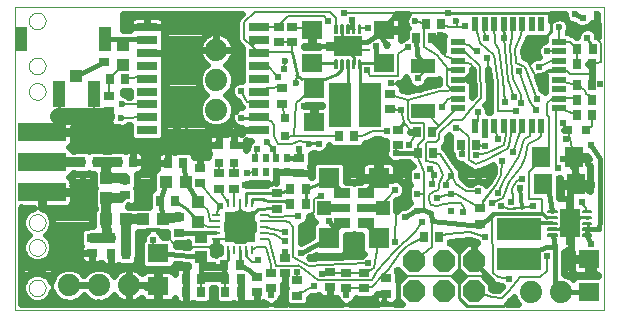
<source format=gtl>
G75*
G70*
%OFA0B0*%
%FSLAX24Y24*%
%IPPOS*%
%LPD*%
%AMOC8*
5,1,8,0,0,1.08239X$1,22.5*
%
%ADD10C,0.0000*%
%ADD11R,0.0354X0.0276*%
%ADD12R,0.0276X0.0354*%
%ADD13R,0.0500X0.0220*%
%ADD14R,0.0220X0.0500*%
%ADD15R,0.0709X0.0315*%
%ADD16R,0.0709X0.0276*%
%ADD17R,0.0394X0.0787*%
%ADD18OC8,0.0740*%
%ADD19R,0.0394X0.0433*%
%ADD20R,0.0315X0.0315*%
%ADD21R,0.0413X0.0866*%
%ADD22R,0.0394X0.0413*%
%ADD23C,0.0740*%
%ADD24R,0.0110X0.1496*%
%ADD25R,0.0650X0.0945*%
%ADD26C,0.0055*%
%ADD27R,0.1500X0.0760*%
%ADD28R,0.0709X0.0630*%
%ADD29R,0.0630X0.0709*%
%ADD30R,0.1496X0.0110*%
%ADD31R,0.0945X0.0650*%
%ADD32R,0.0760X0.1500*%
%ADD33R,0.0700X0.0700*%
%ADD34R,0.0450X0.0450*%
%ADD35R,0.0700X0.0280*%
%ADD36R,0.0560X0.0350*%
%ADD37R,0.0787X0.0512*%
%ADD38R,0.0276X0.0098*%
%ADD39R,0.0098X0.0276*%
%ADD40R,0.1024X0.1024*%
%ADD41C,0.0397*%
%ADD42R,0.0433X0.0394*%
%ADD43R,0.1600X0.0600*%
%ADD44R,0.0197X0.0315*%
%ADD45C,0.0236*%
%ADD46R,0.0197X0.0236*%
%ADD47R,0.0236X0.0197*%
%ADD48C,0.0240*%
%ADD49C,0.0100*%
%ADD50C,0.0240*%
%ADD51C,0.0080*%
%ADD52C,0.0160*%
%ADD53C,0.0270*%
%ADD54C,0.0120*%
%ADD55C,0.0560*%
%ADD56C,0.0320*%
D10*
X000260Y000270D02*
X000260Y010370D01*
X019910Y010370D01*
X019910Y000270D01*
X000260Y000270D01*
X000734Y001020D02*
X000736Y001053D01*
X000742Y001085D01*
X000751Y001116D01*
X000764Y001146D01*
X000781Y001174D01*
X000801Y001200D01*
X000824Y001224D01*
X000849Y001244D01*
X000877Y001262D01*
X000906Y001276D01*
X000937Y001286D01*
X000969Y001293D01*
X001002Y001296D01*
X001035Y001295D01*
X001067Y001290D01*
X001098Y001281D01*
X001129Y001269D01*
X001157Y001253D01*
X001184Y001234D01*
X001208Y001212D01*
X001229Y001187D01*
X001248Y001160D01*
X001263Y001131D01*
X001274Y001101D01*
X001282Y001069D01*
X001286Y001036D01*
X001286Y001004D01*
X001282Y000971D01*
X001274Y000939D01*
X001263Y000909D01*
X001248Y000880D01*
X001229Y000853D01*
X001208Y000828D01*
X001184Y000806D01*
X001157Y000787D01*
X001129Y000771D01*
X001098Y000759D01*
X001067Y000750D01*
X001035Y000745D01*
X001002Y000744D01*
X000969Y000747D01*
X000937Y000754D01*
X000906Y000764D01*
X000877Y000778D01*
X000849Y000796D01*
X000824Y000816D01*
X000801Y000840D01*
X000781Y000866D01*
X000764Y000894D01*
X000751Y000924D01*
X000742Y000955D01*
X000736Y000987D01*
X000734Y001020D01*
X000734Y002370D02*
X000736Y002403D01*
X000742Y002435D01*
X000751Y002466D01*
X000764Y002496D01*
X000781Y002524D01*
X000801Y002550D01*
X000824Y002574D01*
X000849Y002594D01*
X000877Y002612D01*
X000906Y002626D01*
X000937Y002636D01*
X000969Y002643D01*
X001002Y002646D01*
X001035Y002645D01*
X001067Y002640D01*
X001098Y002631D01*
X001129Y002619D01*
X001157Y002603D01*
X001184Y002584D01*
X001208Y002562D01*
X001229Y002537D01*
X001248Y002510D01*
X001263Y002481D01*
X001274Y002451D01*
X001282Y002419D01*
X001286Y002386D01*
X001286Y002354D01*
X001282Y002321D01*
X001274Y002289D01*
X001263Y002259D01*
X001248Y002230D01*
X001229Y002203D01*
X001208Y002178D01*
X001184Y002156D01*
X001157Y002137D01*
X001129Y002121D01*
X001098Y002109D01*
X001067Y002100D01*
X001035Y002095D01*
X001002Y002094D01*
X000969Y002097D01*
X000937Y002104D01*
X000906Y002114D01*
X000877Y002128D01*
X000849Y002146D01*
X000824Y002166D01*
X000801Y002190D01*
X000781Y002216D01*
X000764Y002244D01*
X000751Y002274D01*
X000742Y002305D01*
X000736Y002337D01*
X000734Y002370D01*
X000734Y003200D02*
X000736Y003233D01*
X000742Y003265D01*
X000751Y003296D01*
X000764Y003326D01*
X000781Y003354D01*
X000801Y003380D01*
X000824Y003404D01*
X000849Y003424D01*
X000877Y003442D01*
X000906Y003456D01*
X000937Y003466D01*
X000969Y003473D01*
X001002Y003476D01*
X001035Y003475D01*
X001067Y003470D01*
X001098Y003461D01*
X001129Y003449D01*
X001157Y003433D01*
X001184Y003414D01*
X001208Y003392D01*
X001229Y003367D01*
X001248Y003340D01*
X001263Y003311D01*
X001274Y003281D01*
X001282Y003249D01*
X001286Y003216D01*
X001286Y003184D01*
X001282Y003151D01*
X001274Y003119D01*
X001263Y003089D01*
X001248Y003060D01*
X001229Y003033D01*
X001208Y003008D01*
X001184Y002986D01*
X001157Y002967D01*
X001129Y002951D01*
X001098Y002939D01*
X001067Y002930D01*
X001035Y002925D01*
X001002Y002924D01*
X000969Y002927D01*
X000937Y002934D01*
X000906Y002944D01*
X000877Y002958D01*
X000849Y002976D01*
X000824Y002996D01*
X000801Y003020D01*
X000781Y003046D01*
X000764Y003074D01*
X000751Y003104D01*
X000742Y003135D01*
X000736Y003167D01*
X000734Y003200D01*
X000734Y007570D02*
X000736Y007603D01*
X000742Y007635D01*
X000751Y007666D01*
X000764Y007696D01*
X000781Y007724D01*
X000801Y007750D01*
X000824Y007774D01*
X000849Y007794D01*
X000877Y007812D01*
X000906Y007826D01*
X000937Y007836D01*
X000969Y007843D01*
X001002Y007846D01*
X001035Y007845D01*
X001067Y007840D01*
X001098Y007831D01*
X001129Y007819D01*
X001157Y007803D01*
X001184Y007784D01*
X001208Y007762D01*
X001229Y007737D01*
X001248Y007710D01*
X001263Y007681D01*
X001274Y007651D01*
X001282Y007619D01*
X001286Y007586D01*
X001286Y007554D01*
X001282Y007521D01*
X001274Y007489D01*
X001263Y007459D01*
X001248Y007430D01*
X001229Y007403D01*
X001208Y007378D01*
X001184Y007356D01*
X001157Y007337D01*
X001129Y007321D01*
X001098Y007309D01*
X001067Y007300D01*
X001035Y007295D01*
X001002Y007294D01*
X000969Y007297D01*
X000937Y007304D01*
X000906Y007314D01*
X000877Y007328D01*
X000849Y007346D01*
X000824Y007366D01*
X000801Y007390D01*
X000781Y007416D01*
X000764Y007444D01*
X000751Y007474D01*
X000742Y007505D01*
X000736Y007537D01*
X000734Y007570D01*
X000734Y008420D02*
X000736Y008453D01*
X000742Y008485D01*
X000751Y008516D01*
X000764Y008546D01*
X000781Y008574D01*
X000801Y008600D01*
X000824Y008624D01*
X000849Y008644D01*
X000877Y008662D01*
X000906Y008676D01*
X000937Y008686D01*
X000969Y008693D01*
X001002Y008696D01*
X001035Y008695D01*
X001067Y008690D01*
X001098Y008681D01*
X001129Y008669D01*
X001157Y008653D01*
X001184Y008634D01*
X001208Y008612D01*
X001229Y008587D01*
X001248Y008560D01*
X001263Y008531D01*
X001274Y008501D01*
X001282Y008469D01*
X001286Y008436D01*
X001286Y008404D01*
X001282Y008371D01*
X001274Y008339D01*
X001263Y008309D01*
X001248Y008280D01*
X001229Y008253D01*
X001208Y008228D01*
X001184Y008206D01*
X001157Y008187D01*
X001129Y008171D01*
X001098Y008159D01*
X001067Y008150D01*
X001035Y008145D01*
X001002Y008144D01*
X000969Y008147D01*
X000937Y008154D01*
X000906Y008164D01*
X000877Y008178D01*
X000849Y008196D01*
X000824Y008216D01*
X000801Y008240D01*
X000781Y008266D01*
X000764Y008294D01*
X000751Y008324D01*
X000742Y008355D01*
X000736Y008387D01*
X000734Y008420D01*
X000734Y009920D02*
X000736Y009953D01*
X000742Y009985D01*
X000751Y010016D01*
X000764Y010046D01*
X000781Y010074D01*
X000801Y010100D01*
X000824Y010124D01*
X000849Y010144D01*
X000877Y010162D01*
X000906Y010176D01*
X000937Y010186D01*
X000969Y010193D01*
X001002Y010196D01*
X001035Y010195D01*
X001067Y010190D01*
X001098Y010181D01*
X001129Y010169D01*
X001157Y010153D01*
X001184Y010134D01*
X001208Y010112D01*
X001229Y010087D01*
X001248Y010060D01*
X001263Y010031D01*
X001274Y010001D01*
X001282Y009969D01*
X001286Y009936D01*
X001286Y009904D01*
X001282Y009871D01*
X001274Y009839D01*
X001263Y009809D01*
X001248Y009780D01*
X001229Y009753D01*
X001208Y009728D01*
X001184Y009706D01*
X001157Y009687D01*
X001129Y009671D01*
X001098Y009659D01*
X001067Y009650D01*
X001035Y009645D01*
X001002Y009644D01*
X000969Y009647D01*
X000937Y009654D01*
X000906Y009664D01*
X000877Y009678D01*
X000849Y009696D01*
X000824Y009716D01*
X000801Y009740D01*
X000781Y009766D01*
X000764Y009794D01*
X000751Y009824D01*
X000742Y009855D01*
X000736Y009887D01*
X000734Y009920D01*
D11*
X003245Y009056D03*
X003245Y008544D03*
X003405Y007431D03*
X003405Y006919D03*
X006445Y005031D03*
X007075Y004841D03*
X007575Y004836D03*
X007575Y004324D03*
X007075Y004329D03*
X006445Y004519D03*
X005735Y003371D03*
X005735Y002859D03*
X003925Y004104D03*
X003925Y004616D03*
X002845Y002691D03*
X002845Y002179D03*
X008330Y001381D03*
X008800Y001516D03*
X009255Y001519D03*
X009675Y001271D03*
X009675Y000759D03*
X008800Y001004D03*
X008330Y000869D03*
X009255Y002031D03*
X010775Y001546D03*
X011310Y001526D03*
X011910Y001526D03*
X012650Y001341D03*
X011910Y001014D03*
X011310Y001014D03*
X010775Y001034D03*
X012650Y000829D03*
X015755Y003159D03*
X015755Y003671D03*
X013030Y005779D03*
X013030Y006291D03*
X012760Y006969D03*
X012760Y007481D03*
X009160Y007676D03*
X009160Y007164D03*
X009725Y005361D03*
X009725Y004849D03*
X009005Y004171D03*
X009005Y003659D03*
X009060Y009214D03*
X009510Y009214D03*
X009510Y009726D03*
X009060Y009726D03*
D12*
X013649Y009350D03*
X014161Y009350D03*
X013954Y009830D03*
X014466Y009830D03*
X019009Y008985D03*
X019521Y008985D03*
X019516Y008470D03*
X019004Y008470D03*
X019004Y007800D03*
X019516Y007800D03*
X019511Y007285D03*
X018999Y007285D03*
X018994Y006780D03*
X019506Y006780D03*
X015646Y005800D03*
X015134Y005800D03*
X014211Y005525D03*
X013699Y005525D03*
X013654Y006220D03*
X014166Y006220D03*
X011566Y006070D03*
X011054Y006070D03*
X009961Y004315D03*
X009449Y004315D03*
X009449Y003825D03*
X009961Y003825D03*
X007761Y001795D03*
X007249Y001795D03*
X007279Y001330D03*
X007791Y001330D03*
X007791Y000890D03*
X007279Y000890D03*
X006466Y000890D03*
X005954Y000890D03*
X005954Y001330D03*
X006466Y001330D03*
X003981Y002160D03*
X003469Y002160D03*
X003469Y002700D03*
X003981Y002700D03*
X005104Y003925D03*
X005616Y003925D03*
X005871Y005185D03*
X005359Y005185D03*
X004201Y005215D03*
X003689Y005215D03*
X002986Y005215D03*
X002474Y005215D03*
X003439Y007970D03*
X003951Y007970D03*
X013894Y002720D03*
X014406Y002720D03*
D13*
X015020Y007018D03*
X015020Y007333D03*
X015020Y007648D03*
X015020Y007963D03*
X015020Y008277D03*
X015020Y008592D03*
X015020Y008907D03*
X015020Y009222D03*
X018400Y009222D03*
X018400Y008907D03*
X018400Y008592D03*
X018400Y008277D03*
X018400Y007963D03*
X018400Y007648D03*
X018400Y007333D03*
X018400Y007018D03*
D14*
X017812Y006430D03*
X017497Y006430D03*
X017182Y006430D03*
X016867Y006430D03*
X016553Y006430D03*
X016238Y006430D03*
X015923Y006430D03*
X015608Y006430D03*
X015608Y009810D03*
X015923Y009810D03*
X016238Y009810D03*
X016553Y009810D03*
X016867Y009810D03*
X017182Y009810D03*
X017497Y009810D03*
X017812Y009810D03*
D15*
X008409Y009300D03*
X008409Y008866D03*
X008409Y008433D03*
X008409Y008000D03*
X008409Y007567D03*
X008409Y007134D03*
X008409Y006701D03*
X004669Y006701D03*
X004669Y007134D03*
X004669Y007567D03*
X004669Y008000D03*
X004669Y008433D03*
X004669Y008866D03*
X004669Y009300D03*
D16*
X004669Y009713D03*
X008409Y009713D03*
X008409Y006288D03*
X004669Y006288D03*
D17*
X003260Y009320D03*
X000465Y009320D03*
D18*
X013560Y001920D03*
X014560Y001920D03*
X015560Y001920D03*
X015560Y000920D03*
X014560Y000920D03*
X013560Y000920D03*
D19*
X006455Y002040D03*
X006455Y002710D03*
X006365Y003225D03*
X006365Y003895D03*
X003310Y004020D03*
X003310Y004690D03*
X003860Y008435D03*
X003860Y009105D03*
D20*
X009265Y006670D03*
X009265Y006080D03*
X007575Y005790D03*
X007075Y005785D03*
X007075Y005195D03*
X007575Y005200D03*
X018715Y006270D03*
X019305Y006270D03*
D21*
X002891Y007490D03*
X001729Y007490D03*
D22*
X002310Y008091D03*
D23*
X006980Y007960D03*
X006980Y006960D03*
X006980Y008960D03*
X004060Y001110D03*
X003060Y001110D03*
X002060Y001110D03*
X017465Y000880D03*
X018465Y000880D03*
D24*
X018652Y003170D03*
X018868Y003170D03*
D25*
X018760Y003170D03*
D26*
X018319Y003142D02*
X018039Y003142D01*
X018039Y003198D01*
X018319Y003198D01*
X018319Y003142D01*
X018319Y003196D02*
X018039Y003196D01*
X018039Y003339D02*
X018319Y003339D01*
X018039Y003339D02*
X018039Y003395D01*
X018319Y003395D01*
X018319Y003339D01*
X018319Y003393D02*
X018039Y003393D01*
X018039Y003536D02*
X018319Y003536D01*
X018039Y003536D02*
X018039Y003592D01*
X018319Y003592D01*
X018319Y003536D01*
X018319Y003590D02*
X018039Y003590D01*
X018039Y002945D02*
X018319Y002945D01*
X018039Y002945D02*
X018039Y003001D01*
X018319Y003001D01*
X018319Y002945D01*
X018319Y002999D02*
X018039Y002999D01*
X018039Y002748D02*
X018319Y002748D01*
X018039Y002748D02*
X018039Y002804D01*
X018319Y002804D01*
X018319Y002748D01*
X018319Y002802D02*
X018039Y002802D01*
X019201Y002804D02*
X019481Y002804D01*
X019481Y002748D01*
X019201Y002748D01*
X019201Y002804D01*
X019201Y002802D02*
X019481Y002802D01*
X019481Y003001D02*
X019201Y003001D01*
X019481Y003001D02*
X019481Y002945D01*
X019201Y002945D01*
X019201Y003001D01*
X019201Y002999D02*
X019481Y002999D01*
X019481Y003198D02*
X019201Y003198D01*
X019481Y003198D02*
X019481Y003142D01*
X019201Y003142D01*
X019201Y003198D01*
X019201Y003196D02*
X019481Y003196D01*
X019481Y003395D02*
X019201Y003395D01*
X019481Y003395D02*
X019481Y003339D01*
X019201Y003339D01*
X019201Y003395D01*
X019201Y003393D02*
X019481Y003393D01*
X019481Y003592D02*
X019201Y003592D01*
X019481Y003592D02*
X019481Y003536D01*
X019201Y003536D01*
X019201Y003592D01*
X019201Y003590D02*
X019481Y003590D01*
X011782Y008349D02*
X011782Y008629D01*
X011782Y008349D02*
X011726Y008349D01*
X011726Y008629D01*
X011782Y008629D01*
X011782Y008403D02*
X011726Y008403D01*
X011726Y008457D02*
X011782Y008457D01*
X011782Y008511D02*
X011726Y008511D01*
X011726Y008565D02*
X011782Y008565D01*
X011782Y008619D02*
X011726Y008619D01*
X011585Y008629D02*
X011585Y008349D01*
X011529Y008349D01*
X011529Y008629D01*
X011585Y008629D01*
X011585Y008403D02*
X011529Y008403D01*
X011529Y008457D02*
X011585Y008457D01*
X011585Y008511D02*
X011529Y008511D01*
X011529Y008565D02*
X011585Y008565D01*
X011585Y008619D02*
X011529Y008619D01*
X011388Y008629D02*
X011388Y008349D01*
X011332Y008349D01*
X011332Y008629D01*
X011388Y008629D01*
X011388Y008403D02*
X011332Y008403D01*
X011332Y008457D02*
X011388Y008457D01*
X011388Y008511D02*
X011332Y008511D01*
X011332Y008565D02*
X011388Y008565D01*
X011388Y008619D02*
X011332Y008619D01*
X011191Y008629D02*
X011191Y008349D01*
X011135Y008349D01*
X011135Y008629D01*
X011191Y008629D01*
X011191Y008403D02*
X011135Y008403D01*
X011135Y008457D02*
X011191Y008457D01*
X011191Y008511D02*
X011135Y008511D01*
X011135Y008565D02*
X011191Y008565D01*
X011191Y008619D02*
X011135Y008619D01*
X010994Y008629D02*
X010994Y008349D01*
X010938Y008349D01*
X010938Y008629D01*
X010994Y008629D01*
X010994Y008403D02*
X010938Y008403D01*
X010938Y008457D02*
X010994Y008457D01*
X010994Y008511D02*
X010938Y008511D01*
X010938Y008565D02*
X010994Y008565D01*
X010994Y008619D02*
X010938Y008619D01*
X010938Y009511D02*
X010938Y009791D01*
X010994Y009791D01*
X010994Y009511D01*
X010938Y009511D01*
X010938Y009565D02*
X010994Y009565D01*
X010994Y009619D02*
X010938Y009619D01*
X010938Y009673D02*
X010994Y009673D01*
X010994Y009727D02*
X010938Y009727D01*
X010938Y009781D02*
X010994Y009781D01*
X011135Y009791D02*
X011135Y009511D01*
X011135Y009791D02*
X011191Y009791D01*
X011191Y009511D01*
X011135Y009511D01*
X011135Y009565D02*
X011191Y009565D01*
X011191Y009619D02*
X011135Y009619D01*
X011135Y009673D02*
X011191Y009673D01*
X011191Y009727D02*
X011135Y009727D01*
X011135Y009781D02*
X011191Y009781D01*
X011332Y009791D02*
X011332Y009511D01*
X011332Y009791D02*
X011388Y009791D01*
X011388Y009511D01*
X011332Y009511D01*
X011332Y009565D02*
X011388Y009565D01*
X011388Y009619D02*
X011332Y009619D01*
X011332Y009673D02*
X011388Y009673D01*
X011388Y009727D02*
X011332Y009727D01*
X011332Y009781D02*
X011388Y009781D01*
X011529Y009791D02*
X011529Y009511D01*
X011529Y009791D02*
X011585Y009791D01*
X011585Y009511D01*
X011529Y009511D01*
X011529Y009565D02*
X011585Y009565D01*
X011585Y009619D02*
X011529Y009619D01*
X011529Y009673D02*
X011585Y009673D01*
X011585Y009727D02*
X011529Y009727D01*
X011529Y009781D02*
X011585Y009781D01*
X011726Y009791D02*
X011726Y009511D01*
X011726Y009791D02*
X011782Y009791D01*
X011782Y009511D01*
X011726Y009511D01*
X011726Y009565D02*
X011782Y009565D01*
X011782Y009619D02*
X011726Y009619D01*
X011726Y009673D02*
X011782Y009673D01*
X011782Y009727D02*
X011726Y009727D01*
X011726Y009781D02*
X011782Y009781D01*
D27*
X017060Y002970D03*
X017060Y001970D03*
D28*
X019410Y001971D03*
X019410Y000869D03*
X010225Y006534D03*
X010225Y007636D03*
X010160Y008519D03*
X010160Y009621D03*
X012560Y009621D03*
X012560Y008519D03*
X005045Y002176D03*
X005045Y001074D03*
D29*
X017809Y005370D03*
X018911Y005370D03*
X018961Y004470D03*
X017859Y004470D03*
D30*
X011360Y008962D03*
X011360Y009178D03*
D31*
X011360Y009070D03*
D32*
X011110Y007120D03*
X012110Y007120D03*
D33*
X012387Y004670D03*
X010733Y004670D03*
X010733Y002670D03*
X012387Y002670D03*
D34*
X012537Y003670D03*
X010583Y003670D03*
D35*
X011110Y003670D03*
X012010Y003670D03*
D36*
X011960Y004170D03*
X011160Y004170D03*
X011160Y003170D03*
X011960Y003170D03*
D37*
X013881Y006931D03*
X013881Y008427D03*
D38*
X008557Y003449D03*
X008557Y003252D03*
X008557Y003055D03*
X008557Y002858D03*
X008557Y002661D03*
X006983Y002661D03*
X006983Y002858D03*
X006983Y003055D03*
X006983Y003252D03*
X006983Y003449D03*
D39*
X007376Y003842D03*
X007573Y003842D03*
X007770Y003842D03*
X007967Y003842D03*
X008164Y003842D03*
X008164Y002268D03*
X007967Y002268D03*
X007770Y002268D03*
X007573Y002268D03*
X007376Y002268D03*
D40*
X007770Y003055D03*
D41*
X007514Y002799D03*
X008026Y002799D03*
X008026Y003311D03*
X007514Y003311D03*
D42*
X005960Y004565D03*
X005290Y004565D03*
X005190Y003315D03*
X004520Y003315D03*
X003985Y003310D03*
X003315Y003310D03*
D43*
X001170Y004210D03*
X001170Y005210D03*
X001170Y006210D03*
D44*
X008269Y005356D03*
X008623Y005356D03*
X008977Y005356D03*
X009331Y005356D03*
X009331Y004884D03*
X008977Y004884D03*
X008623Y004884D03*
X008269Y004884D03*
D45*
X008665Y005880D03*
X010060Y005815D03*
X009645Y007840D03*
X009285Y008580D03*
X013615Y009905D03*
X014970Y009930D03*
X018405Y009705D03*
X018935Y010135D03*
X019685Y010140D03*
X003820Y007135D03*
X003815Y006700D03*
D46*
X013674Y004751D03*
X013674Y004160D03*
X013674Y003569D03*
X014816Y003569D03*
X014816Y004160D03*
X014816Y004751D03*
D47*
X014245Y004770D03*
D48*
X013529Y005089D02*
X013485Y005089D01*
X013356Y004960D01*
X013356Y004541D01*
X013442Y004455D01*
X013356Y004369D01*
X013356Y003951D01*
X013442Y003865D01*
X013358Y003781D01*
X013268Y003730D01*
X013207Y003730D01*
X013082Y003678D01*
X012987Y003583D01*
X012982Y003571D01*
X012982Y003946D01*
X012989Y003955D01*
X013003Y003955D01*
X013128Y004007D01*
X013223Y004102D01*
X013275Y004227D01*
X013275Y004363D01*
X013223Y004488D01*
X013128Y004583D01*
X013003Y004635D01*
X012867Y004635D01*
X012819Y004615D01*
X012442Y004615D01*
X012442Y004725D01*
X012957Y004725D01*
X012957Y005049D01*
X012942Y005105D01*
X012913Y005155D01*
X012888Y005180D01*
X013023Y005180D01*
X013111Y005216D01*
X013388Y005210D01*
X013470Y005128D01*
X013512Y005128D01*
X013529Y005089D01*
X013436Y005040D02*
X012957Y005040D01*
X012754Y005240D02*
X012442Y005240D01*
X012442Y004725D01*
X012332Y004725D01*
X012332Y005240D01*
X012008Y005240D01*
X011952Y005225D01*
X011902Y005196D01*
X011861Y005155D01*
X011832Y005105D01*
X011817Y005049D01*
X011817Y004725D01*
X012332Y004725D01*
X012332Y004615D01*
X011817Y004615D01*
X011817Y004565D01*
X011651Y004565D01*
X011595Y004550D01*
X011564Y004532D01*
X011531Y004565D01*
X011303Y004565D01*
X011303Y005111D01*
X011174Y005240D01*
X010292Y005240D01*
X010163Y005111D01*
X010163Y004712D01*
X010122Y004712D01*
X010122Y004849D01*
X009725Y004849D01*
X009725Y004849D01*
X009331Y004884D01*
X009328Y004884D02*
X009328Y004884D01*
X008977Y004884D01*
X008977Y004884D01*
X008977Y004529D01*
X008977Y004529D01*
X008977Y004884D01*
X008977Y004884D01*
X009013Y004884D01*
X009328Y004884D01*
X008977Y004802D02*
X008977Y004802D01*
X008977Y004563D02*
X008977Y004563D01*
X008714Y004506D02*
X008658Y004450D01*
X007972Y004450D01*
X007972Y004500D01*
X008073Y004500D01*
X008088Y004506D01*
X008714Y004506D01*
X009725Y004849D02*
X010122Y004849D01*
X010122Y005016D01*
X010107Y005072D01*
X010091Y005100D01*
X010122Y005132D01*
X010122Y005477D01*
X010127Y005477D01*
X010235Y005521D01*
X010322Y005485D01*
X010458Y005485D01*
X010583Y005537D01*
X010678Y005632D01*
X010730Y005757D01*
X010730Y005768D01*
X010825Y005673D01*
X011283Y005673D01*
X011310Y005700D01*
X011337Y005673D01*
X011795Y005673D01*
X011924Y005802D01*
X011924Y005829D01*
X011943Y005838D01*
X011986Y005857D01*
X011989Y005860D01*
X012273Y005995D01*
X012434Y005995D01*
X012462Y005967D01*
X012587Y005915D01*
X012633Y005915D01*
X012633Y005631D01*
X012615Y005588D01*
X012615Y005452D01*
X012667Y005327D01*
X012754Y005240D01*
X012716Y005279D02*
X010122Y005279D01*
X010116Y005040D02*
X010163Y005040D01*
X010163Y004802D02*
X010122Y004802D01*
X011303Y004802D02*
X011817Y004802D01*
X011644Y004563D02*
X011533Y004563D01*
X012332Y004802D02*
X012442Y004802D01*
X012957Y004802D02*
X013356Y004802D01*
X013356Y004563D02*
X013148Y004563D01*
X013275Y004325D02*
X013356Y004325D01*
X013356Y004086D02*
X013207Y004086D01*
X013425Y003848D02*
X012982Y003848D01*
X012982Y003609D02*
X013013Y003609D01*
X011589Y002775D02*
X011560Y002804D01*
X011531Y002775D01*
X011303Y002775D01*
X011303Y002229D01*
X011174Y002100D01*
X010292Y002100D01*
X010287Y002105D01*
X010117Y002018D01*
X010141Y002004D01*
X010474Y002043D01*
X010484Y002048D01*
X010525Y002049D01*
X010565Y002054D01*
X010576Y002051D01*
X011821Y002097D01*
X011857Y002133D01*
X011896Y002149D01*
X011817Y002229D01*
X011817Y002775D01*
X011589Y002775D01*
X011817Y002655D02*
X011303Y002655D01*
X011303Y002417D02*
X011817Y002417D01*
X011868Y002178D02*
X011252Y002178D01*
X010163Y002715D02*
X009801Y002530D01*
X009800Y002530D01*
X009800Y003027D01*
X009804Y003066D01*
X009800Y003077D01*
X009908Y003122D01*
X010003Y003217D01*
X010055Y003342D01*
X010055Y003428D01*
X010138Y003428D01*
X010138Y003354D01*
X010267Y003225D01*
X010277Y003225D01*
X010163Y003111D01*
X010163Y002715D01*
X010045Y002655D02*
X009800Y002655D01*
X009800Y002894D02*
X010163Y002894D01*
X010184Y003132D02*
X009918Y003132D01*
X010055Y003371D02*
X010138Y003371D01*
X008200Y003175D02*
X008200Y002935D01*
X007890Y002935D01*
X007890Y003175D01*
X007650Y003175D01*
X007650Y003485D01*
X007696Y003485D01*
X007770Y003485D01*
X007890Y003485D01*
X007890Y003175D01*
X008200Y003175D01*
X008200Y003132D02*
X007890Y003132D01*
X007650Y003132D02*
X007340Y003132D01*
X007340Y003175D02*
X007650Y003175D01*
X007650Y002935D01*
X007890Y002935D01*
X007890Y002625D01*
X007650Y002625D01*
X007650Y002935D01*
X007340Y002935D01*
X007340Y003175D01*
X007650Y003371D02*
X007890Y003371D01*
X007770Y003485D02*
X007770Y003541D01*
X007770Y003541D01*
X007770Y003485D01*
X007770Y003541D02*
X007770Y003541D01*
X007650Y002894D02*
X007890Y002894D01*
X007890Y002655D02*
X007650Y002655D01*
X007107Y002383D02*
X007107Y002324D01*
X007107Y002322D01*
X007106Y002192D01*
X007020Y002192D01*
X006954Y002126D01*
X006933Y002135D01*
X006872Y002135D01*
X006872Y002348D01*
X006845Y002375D01*
X006862Y002392D01*
X006983Y002392D01*
X007098Y002392D01*
X007107Y002383D01*
X006983Y002392D02*
X006983Y002578D01*
X006983Y002578D01*
X006983Y002392D01*
X006983Y002417D02*
X006983Y002417D01*
X007006Y002178D02*
X006872Y002178D01*
X006060Y002380D02*
X005619Y002422D01*
X005619Y002501D01*
X006003Y002501D01*
X006038Y002536D01*
X006038Y002402D01*
X006060Y002380D01*
X006038Y002417D02*
X005679Y002417D01*
X005338Y002711D02*
X005186Y002711D01*
X005148Y002803D01*
X005053Y002898D01*
X005338Y002898D01*
X005338Y002711D01*
X005338Y002894D02*
X005057Y002894D01*
X004667Y002898D02*
X004572Y002803D01*
X004520Y002678D01*
X004520Y002632D01*
X004471Y002582D01*
X004471Y001770D01*
X004600Y001641D01*
X005490Y001641D01*
X005619Y001770D01*
X005619Y001819D01*
X006038Y001779D01*
X006038Y001733D01*
X006044Y001727D01*
X005954Y001727D01*
X005787Y001727D01*
X005731Y001712D01*
X005681Y001683D01*
X005640Y001642D01*
X005611Y001592D01*
X005596Y001536D01*
X005596Y001488D01*
X005575Y001524D01*
X005534Y001565D01*
X005484Y001594D01*
X005428Y001609D01*
X005082Y001609D01*
X005082Y001111D01*
X005008Y001111D01*
X005008Y001609D01*
X004662Y001609D01*
X004606Y001594D01*
X004556Y001565D01*
X004515Y001524D01*
X004502Y001502D01*
X004444Y001560D01*
X004369Y001615D01*
X004286Y001657D01*
X004198Y001685D01*
X004106Y001700D01*
X004060Y001700D01*
X004060Y001110D01*
X004060Y001110D01*
X004650Y001110D01*
X004650Y001111D01*
X005008Y001111D01*
X005008Y001036D01*
X005082Y001036D01*
X005082Y000539D01*
X005428Y000539D01*
X005484Y000554D01*
X005534Y000583D01*
X005575Y000624D01*
X005601Y000668D01*
X005611Y000628D01*
X005640Y000578D01*
X005681Y000537D01*
X005731Y000508D01*
X005787Y000493D01*
X005954Y000493D01*
X005954Y000890D01*
X005954Y000890D01*
X005954Y001287D01*
X005954Y001330D01*
X005954Y001727D01*
X005954Y001330D01*
X005954Y001330D01*
X005954Y001330D01*
X005954Y000890D01*
X005954Y000890D01*
X005954Y000493D01*
X006121Y000493D01*
X006177Y000508D01*
X006205Y000524D01*
X006237Y000493D01*
X006695Y000493D01*
X006824Y000622D01*
X006824Y001030D01*
X006921Y001030D01*
X006921Y000622D01*
X007050Y000493D01*
X007508Y000493D01*
X007540Y000524D01*
X007568Y000508D01*
X007624Y000493D01*
X007791Y000493D01*
X007958Y000493D01*
X008014Y000508D01*
X008057Y000533D01*
X008068Y000526D01*
X008124Y000511D01*
X008330Y000511D01*
X008330Y000869D01*
X008330Y000511D01*
X008536Y000511D01*
X008592Y000526D01*
X008593Y000527D01*
X008607Y000512D01*
X008660Y000490D01*
X000480Y000490D01*
X000480Y003690D01*
X000898Y003690D01*
X000729Y003620D01*
X000590Y003481D01*
X000514Y003299D01*
X000514Y003101D01*
X000590Y002919D01*
X000724Y002785D01*
X000590Y002651D01*
X000514Y002469D01*
X000514Y002271D01*
X000590Y002089D01*
X000729Y001950D01*
X000911Y001874D01*
X001109Y001874D01*
X001291Y001950D01*
X001430Y002089D01*
X001506Y002271D01*
X001506Y002469D01*
X001430Y002651D01*
X001296Y002785D01*
X001430Y002919D01*
X001506Y003101D01*
X001506Y003299D01*
X001430Y003481D01*
X001291Y003620D01*
X001122Y003690D01*
X001140Y003690D01*
X001140Y004180D01*
X001200Y004180D01*
X001200Y004240D01*
X002190Y004240D01*
X002190Y004539D01*
X002175Y004595D01*
X002146Y004645D01*
X002105Y004686D01*
X002075Y004704D01*
X002190Y004819D01*
X002190Y004834D01*
X002229Y004834D01*
X002245Y004818D01*
X002703Y004818D01*
X002730Y004845D01*
X002757Y004818D01*
X002893Y004818D01*
X002893Y004382D01*
X002920Y004355D01*
X002893Y004328D01*
X002893Y003713D01*
X002933Y003673D01*
X002933Y003652D01*
X002879Y003598D01*
X002879Y003071D01*
X002764Y003070D01*
X002715Y003049D01*
X002577Y003049D01*
X002448Y002920D01*
X002448Y002462D01*
X002479Y002430D01*
X002463Y002402D01*
X002448Y002346D01*
X002448Y002179D01*
X002448Y002012D01*
X002463Y001956D01*
X002492Y001906D01*
X002533Y001865D01*
X002583Y001836D01*
X002639Y001821D01*
X002845Y001821D01*
X003051Y001821D01*
X003107Y001836D01*
X003148Y001860D01*
X003155Y001848D01*
X003196Y001807D01*
X003246Y001778D01*
X003302Y001763D01*
X003469Y001763D01*
X003469Y002160D01*
X003469Y002160D01*
X003469Y001763D01*
X003636Y001763D01*
X003692Y001778D01*
X003720Y001794D01*
X003752Y001763D01*
X004210Y001763D01*
X004339Y001892D01*
X004339Y002031D01*
X004361Y002084D01*
X004361Y002699D01*
X004362Y002898D01*
X004667Y002898D01*
X004663Y002894D02*
X004362Y002894D01*
X004361Y002655D02*
X004520Y002655D01*
X004471Y002417D02*
X004361Y002417D01*
X004361Y002178D02*
X004471Y002178D01*
X004471Y001940D02*
X004339Y001940D01*
X004540Y001701D02*
X000480Y001701D01*
X000480Y001463D02*
X000783Y001463D01*
X000729Y001440D02*
X000590Y001301D01*
X000514Y001119D01*
X000514Y000921D01*
X000590Y000739D01*
X000729Y000600D01*
X000911Y000524D01*
X001109Y000524D01*
X001291Y000600D01*
X001430Y000739D01*
X001503Y000914D01*
X001560Y000776D01*
X001726Y000610D01*
X001943Y000520D01*
X002177Y000520D01*
X002394Y000610D01*
X002554Y000770D01*
X002566Y000770D01*
X002726Y000610D01*
X002943Y000520D01*
X003177Y000520D01*
X003394Y000610D01*
X003560Y000776D01*
X003565Y000788D01*
X003610Y000726D01*
X003676Y000660D01*
X003751Y000605D01*
X003834Y000563D01*
X003922Y000535D01*
X004014Y000520D01*
X004060Y000520D01*
X004106Y000520D01*
X004198Y000535D01*
X004286Y000563D01*
X004369Y000605D01*
X004444Y000660D01*
X004480Y000696D01*
X004486Y000674D01*
X004515Y000624D01*
X004556Y000583D01*
X004606Y000554D01*
X004662Y000539D01*
X005008Y000539D01*
X005008Y001036D01*
X004646Y001036D01*
X004650Y001064D01*
X004650Y001110D01*
X004060Y001110D01*
X004060Y001110D01*
X004060Y000520D01*
X004060Y001110D01*
X004060Y001110D01*
X004060Y001700D01*
X004014Y001700D01*
X003922Y001685D01*
X003834Y001657D01*
X003751Y001615D01*
X003676Y001560D01*
X003610Y001494D01*
X003565Y001432D01*
X003560Y001444D01*
X003394Y001610D01*
X003177Y001700D01*
X002943Y001700D01*
X002726Y001610D01*
X002566Y001450D01*
X002554Y001450D01*
X002394Y001610D01*
X002177Y001700D01*
X001943Y001700D01*
X001726Y001610D01*
X001560Y001444D01*
X001470Y001227D01*
X001470Y001204D01*
X001430Y001301D01*
X001291Y001440D01*
X001109Y001516D01*
X000911Y001516D01*
X000729Y001440D01*
X000558Y001224D02*
X000480Y001224D01*
X000480Y000986D02*
X000514Y000986D01*
X000480Y000747D02*
X000587Y000747D01*
X000480Y000509D02*
X005730Y000509D01*
X005954Y000509D02*
X005954Y000509D01*
X006178Y000509D02*
X006221Y000509D01*
X005954Y000747D02*
X005954Y000747D01*
X005954Y000986D02*
X005954Y000986D01*
X005954Y001224D02*
X005954Y001224D01*
X005954Y001463D02*
X005954Y001463D01*
X005954Y001701D02*
X005954Y001701D01*
X005712Y001701D02*
X005550Y001701D01*
X005082Y001463D02*
X005008Y001463D01*
X005008Y001224D02*
X005082Y001224D01*
X005082Y000986D02*
X005008Y000986D01*
X005008Y000747D02*
X005082Y000747D01*
X004060Y000747D02*
X004060Y000747D01*
X004060Y000986D02*
X004060Y000986D01*
X004060Y001224D02*
X004060Y001224D01*
X004060Y001463D02*
X004060Y001463D01*
X003587Y001463D02*
X003542Y001463D01*
X003060Y001110D02*
X002060Y001110D01*
X002542Y001463D02*
X002578Y001463D01*
X002845Y001821D02*
X002845Y002179D01*
X002845Y001821D01*
X002845Y001940D02*
X002845Y001940D01*
X002845Y002178D02*
X002845Y002178D01*
X002845Y002179D02*
X002845Y002179D01*
X002448Y002179D01*
X002845Y002179D01*
X002845Y002179D01*
X002448Y002178D02*
X001467Y002178D01*
X001506Y002417D02*
X002471Y002417D01*
X002448Y002655D02*
X001426Y002655D01*
X001404Y002894D02*
X002448Y002894D01*
X002879Y003132D02*
X001506Y003132D01*
X001476Y003371D02*
X002879Y003371D01*
X002890Y003609D02*
X001302Y003609D01*
X001200Y003690D02*
X001999Y003690D01*
X002055Y003705D01*
X002105Y003734D01*
X002146Y003775D01*
X002175Y003825D01*
X002190Y003881D01*
X002190Y004180D01*
X001200Y004180D01*
X001200Y003690D01*
X001200Y003848D02*
X001140Y003848D01*
X000718Y003609D02*
X000480Y003609D01*
X000480Y003371D02*
X000544Y003371D01*
X000514Y003132D02*
X000480Y003132D01*
X000480Y002894D02*
X000616Y002894D01*
X000594Y002655D02*
X000480Y002655D01*
X000480Y002417D02*
X000514Y002417D01*
X000480Y002178D02*
X000553Y002178D01*
X000480Y001940D02*
X000754Y001940D01*
X001266Y001940D02*
X002473Y001940D01*
X003469Y001940D02*
X003469Y001940D01*
X001578Y001463D02*
X001237Y001463D01*
X001462Y001224D02*
X001470Y001224D01*
X001433Y000747D02*
X001589Y000747D01*
X002531Y000747D02*
X002589Y000747D01*
X003531Y000747D02*
X003594Y000747D01*
X006710Y000509D02*
X007035Y000509D01*
X006921Y000747D02*
X006824Y000747D01*
X006824Y000986D02*
X006921Y000986D01*
X007791Y000986D02*
X007791Y000986D01*
X007791Y000933D02*
X007791Y001330D01*
X007791Y001330D01*
X007791Y000890D01*
X007791Y000493D01*
X007791Y000890D01*
X007791Y000890D01*
X007791Y000890D01*
X007791Y000933D01*
X007791Y000747D02*
X007791Y000747D01*
X007791Y000509D02*
X007791Y000509D01*
X008015Y000509D02*
X008615Y000509D01*
X008940Y000490D02*
X008993Y000512D01*
X009088Y000607D01*
X009130Y000708D01*
X009197Y000775D01*
X009197Y001161D01*
X009255Y001161D01*
X009255Y001505D01*
X009255Y001161D01*
X009278Y001161D01*
X009278Y001042D01*
X009305Y001015D01*
X009278Y000988D01*
X009278Y000530D01*
X009318Y000490D01*
X008940Y000490D01*
X008985Y000509D02*
X009300Y000509D01*
X009278Y000747D02*
X009169Y000747D01*
X009197Y000986D02*
X009278Y000986D01*
X009255Y001224D02*
X009255Y001224D01*
X009255Y001463D02*
X009255Y001463D01*
X009255Y001505D02*
X009255Y001505D01*
X008330Y000869D02*
X008330Y000869D01*
X008330Y000747D02*
X008330Y000747D01*
X007567Y000509D02*
X007524Y000509D01*
X007791Y001224D02*
X007791Y001224D01*
X010072Y000691D02*
X010072Y000530D01*
X010032Y000490D01*
X011170Y000490D01*
X011117Y000512D01*
X011022Y000607D01*
X010992Y000679D01*
X010981Y000676D01*
X010775Y000676D01*
X010775Y001015D01*
X010775Y000676D01*
X010569Y000676D01*
X010513Y000691D01*
X010463Y000720D01*
X010422Y000761D01*
X010411Y000781D01*
X010313Y000740D01*
X010177Y000740D01*
X010154Y000749D01*
X010072Y000691D01*
X010151Y000747D02*
X010160Y000747D01*
X010330Y000747D02*
X010436Y000747D01*
X010775Y000747D02*
X010775Y000747D01*
X011125Y000509D02*
X010050Y000509D01*
X010775Y000986D02*
X010775Y000986D01*
X010775Y001015D02*
X010775Y001015D01*
X011503Y000512D02*
X011598Y000607D01*
X011625Y000673D01*
X011642Y000656D01*
X012178Y000656D01*
X012253Y000731D01*
X012253Y000662D01*
X012268Y000606D01*
X012297Y000556D01*
X012338Y000515D01*
X012381Y000490D01*
X011450Y000490D01*
X011503Y000512D01*
X011495Y000509D02*
X012349Y000509D01*
X012319Y000829D02*
X012319Y000829D01*
X012650Y000829D01*
X012319Y000829D01*
X012650Y000829D02*
X012650Y000829D01*
X013034Y000612D02*
X013156Y000490D01*
X012919Y000490D01*
X012962Y000515D01*
X013003Y000556D01*
X013032Y000606D01*
X013034Y000612D01*
X012951Y000509D02*
X013137Y000509D01*
X013047Y001242D02*
X013047Y001570D01*
X013016Y001601D01*
X013027Y001618D01*
X013226Y001420D01*
X013047Y001242D01*
X013047Y001463D02*
X013183Y001463D01*
X014894Y001420D02*
X015060Y001586D01*
X015226Y001420D01*
X015060Y001254D01*
X014894Y001420D01*
X014937Y001463D02*
X015183Y001463D01*
X015560Y001920D02*
X015560Y002510D01*
X015679Y002510D01*
X015657Y002532D01*
X015654Y002538D01*
X015412Y002608D01*
X014764Y002565D01*
X014764Y002510D01*
X014804Y002510D01*
X015060Y002254D01*
X015316Y002510D01*
X015560Y002510D01*
X015560Y001920D01*
X015560Y001920D01*
X015560Y001940D02*
X015560Y001940D01*
X015560Y002178D02*
X015560Y002178D01*
X015560Y002417D02*
X015560Y002417D01*
X015222Y002417D02*
X014898Y002417D01*
X015894Y001420D02*
X015950Y001476D01*
X015950Y001468D01*
X015951Y001466D01*
X015951Y001464D01*
X015971Y001419D01*
X015990Y001373D01*
X015991Y001371D01*
X015992Y001369D01*
X016028Y001335D01*
X016164Y001198D01*
X016185Y001171D01*
X016200Y001162D01*
X016213Y001150D01*
X016245Y001136D01*
X016275Y001119D01*
X016292Y001117D01*
X016308Y001110D01*
X016343Y001110D01*
X016488Y001091D01*
X016513Y001066D01*
X016398Y000951D01*
X016240Y000966D01*
X016150Y000996D01*
X016150Y001164D01*
X015894Y001420D01*
X015937Y001463D02*
X015952Y001463D01*
X016090Y001224D02*
X016138Y001224D01*
X016181Y000986D02*
X016433Y000986D01*
X016886Y000703D02*
X016896Y000709D01*
X016899Y000712D01*
X016918Y000654D01*
X016960Y000571D01*
X017015Y000496D01*
X017021Y000490D01*
X016673Y000490D01*
X016700Y000512D01*
X016706Y000524D01*
X016886Y000703D01*
X017006Y000509D02*
X016696Y000509D01*
X018567Y001470D02*
X018569Y002202D01*
X018652Y002202D01*
X018736Y002202D01*
X018760Y002208D01*
X018784Y002202D01*
X018836Y002202D01*
X018836Y002009D01*
X019373Y002009D01*
X019373Y001934D01*
X019447Y001934D01*
X019447Y001436D01*
X019690Y001436D01*
X019690Y001404D01*
X018965Y001404D01*
X018870Y001309D01*
X018799Y001380D01*
X018582Y001470D01*
X018567Y001470D01*
X018600Y001463D02*
X018951Y001463D01*
X018971Y001451D02*
X019027Y001436D01*
X019373Y001436D01*
X019373Y001934D01*
X018836Y001934D01*
X018836Y001627D01*
X018851Y001571D01*
X018880Y001521D01*
X018921Y001480D01*
X018971Y001451D01*
X018836Y001701D02*
X018567Y001701D01*
X018568Y001940D02*
X019373Y001940D01*
X019410Y001971D02*
X018810Y001970D01*
X018810Y002870D01*
X018910Y003170D01*
X018868Y003170D02*
X018953Y003170D01*
X018953Y003170D01*
X018868Y003170D01*
X018802Y003170D01*
X018802Y003170D01*
X018868Y003170D01*
X018868Y003170D01*
X018868Y003170D01*
X018760Y003170D02*
X018760Y004400D01*
X018760Y004470D01*
X018961Y004470D01*
X018924Y004507D02*
X018924Y004433D01*
X018426Y004433D01*
X018426Y004087D01*
X018432Y004065D01*
X018421Y004053D01*
X018405Y004025D01*
X018394Y004110D01*
X018394Y004680D01*
X018426Y004680D01*
X018426Y004507D01*
X018924Y004507D01*
X018924Y005044D01*
X018874Y005044D01*
X018874Y005333D01*
X018949Y005333D01*
X019394Y005333D01*
X019346Y005407D01*
X018949Y005407D01*
X018949Y005333D01*
X018949Y004796D01*
X018999Y004796D01*
X018999Y004507D01*
X019455Y004507D01*
X019455Y004433D01*
X018999Y004433D01*
X018999Y004507D01*
X018924Y004507D01*
X018924Y004563D02*
X018999Y004563D01*
X019175Y004460D02*
X019450Y004245D01*
X019450Y004925D01*
X019425Y005070D01*
X019430Y005075D02*
X019355Y005140D01*
X018949Y005040D02*
X018924Y005040D01*
X018949Y005279D02*
X018874Y005279D01*
X018924Y004802D02*
X018949Y004802D01*
X018426Y004563D02*
X018394Y004563D01*
X018394Y004325D02*
X018426Y004325D01*
X018426Y004086D02*
X018397Y004086D01*
X018567Y003170D02*
X018593Y003170D01*
X018652Y003170D01*
X018718Y003170D01*
X018718Y003170D01*
X018652Y003170D01*
X018652Y003170D01*
X018567Y003170D01*
X018567Y003170D01*
X018652Y003170D02*
X018652Y003170D01*
X018652Y002272D02*
X018652Y002272D01*
X018652Y002202D01*
X018652Y002272D01*
X018569Y002178D02*
X018836Y002178D01*
X019373Y001701D02*
X019447Y001701D01*
X019447Y001463D02*
X019373Y001463D01*
X015974Y004457D02*
X015908Y004523D01*
X015783Y004575D01*
X015647Y004575D01*
X015522Y004523D01*
X015494Y004495D01*
X015396Y004495D01*
X015278Y004597D01*
X015267Y004613D01*
X015240Y004630D01*
X015215Y004651D01*
X015196Y004657D01*
X015165Y004677D01*
X015134Y004738D01*
X015134Y004960D01*
X015058Y005036D01*
X015055Y005042D01*
X015035Y005062D01*
X014664Y005595D01*
X014655Y005617D01*
X014635Y005637D01*
X014619Y005661D01*
X014599Y005674D01*
X014582Y005690D01*
X014569Y005696D01*
X014569Y005761D01*
X014630Y005823D01*
X014670Y005918D01*
X014670Y006062D01*
X014728Y006121D01*
X014772Y006077D01*
X014781Y006073D01*
X014776Y006068D01*
X014776Y005532D01*
X014830Y005478D01*
X014830Y005427D01*
X014882Y005302D01*
X014977Y005207D01*
X015102Y005155D01*
X015163Y005155D01*
X015168Y005148D01*
X015175Y005133D01*
X015200Y005107D01*
X015222Y005079D01*
X015236Y005071D01*
X015248Y005060D01*
X015281Y005046D01*
X015463Y004943D01*
X015471Y004934D01*
X015507Y004918D01*
X015542Y004898D01*
X015554Y004897D01*
X015565Y004892D01*
X015605Y004890D01*
X015645Y004886D01*
X015657Y004889D01*
X015669Y004889D01*
X015706Y004903D01*
X015744Y004913D01*
X015754Y004921D01*
X016014Y005019D01*
X016031Y005021D01*
X016062Y005038D01*
X016095Y005050D01*
X016107Y005061D01*
X016200Y005110D01*
X016222Y005057D01*
X016232Y005047D01*
X016219Y004863D01*
X016073Y004586D01*
X015974Y004457D01*
X016056Y004563D02*
X015812Y004563D01*
X015618Y004563D02*
X015317Y004563D01*
X015134Y004802D02*
X016187Y004802D01*
X016231Y005040D02*
X016069Y005040D01*
X015291Y005040D02*
X015056Y005040D01*
X014906Y005279D02*
X014885Y005279D01*
X014791Y005517D02*
X014719Y005517D01*
X014776Y005756D02*
X014569Y005756D01*
X014670Y005994D02*
X014776Y005994D01*
X013650Y006220D02*
X013427Y006220D01*
X013650Y006220D01*
X013650Y006220D01*
X013427Y006220D02*
X013427Y006220D01*
X012633Y005756D02*
X011877Y005756D01*
X012271Y005994D02*
X012435Y005994D01*
X012615Y005517D02*
X010535Y005517D01*
X010245Y005517D02*
X010224Y005517D01*
X010729Y005756D02*
X010743Y005756D01*
X011303Y005040D02*
X011817Y005040D01*
X012332Y005040D02*
X012442Y005040D01*
X010262Y006571D02*
X010188Y006571D01*
X010188Y007069D01*
X009914Y007069D01*
X009956Y007101D01*
X010510Y007101D01*
X010510Y007069D01*
X010262Y007069D01*
X010262Y006571D01*
X010262Y006710D02*
X010188Y006710D01*
X010188Y006948D02*
X010262Y006948D01*
X008409Y006288D02*
X008409Y006288D01*
X007834Y006288D01*
X007834Y006355D01*
X007747Y006355D01*
X007622Y006407D01*
X007527Y006502D01*
X007477Y006623D01*
X007314Y006460D01*
X007097Y006370D01*
X006863Y006370D01*
X006646Y006460D01*
X006480Y006626D01*
X006390Y006843D01*
X006390Y007077D01*
X006480Y007294D01*
X006646Y007460D01*
X006480Y007626D01*
X006390Y007843D01*
X006390Y008077D01*
X006480Y008294D01*
X006646Y008460D01*
X006658Y008465D01*
X006596Y008510D01*
X006530Y008576D01*
X006475Y008651D01*
X006433Y008734D01*
X006405Y008822D01*
X006390Y008914D01*
X006390Y008960D01*
X006980Y008960D01*
X007570Y008960D01*
X007570Y009006D01*
X007555Y009098D01*
X007527Y009186D01*
X007485Y009269D01*
X007430Y009344D01*
X007364Y009410D01*
X007289Y009465D01*
X007206Y009507D01*
X007118Y009535D01*
X007026Y009550D01*
X006980Y009550D01*
X006980Y008960D01*
X006980Y008960D01*
X006980Y008960D01*
X007570Y008960D01*
X007570Y008914D01*
X007555Y008822D01*
X007527Y008734D01*
X007485Y008651D01*
X007430Y008576D01*
X007364Y008510D01*
X007302Y008465D01*
X007314Y008460D01*
X007480Y008294D01*
X007570Y008077D01*
X007570Y007843D01*
X007548Y007788D01*
X007617Y007858D01*
X007742Y007910D01*
X007834Y007910D01*
X007834Y009028D01*
X007690Y009173D01*
X007650Y009268D01*
X007650Y009922D01*
X007690Y010017D01*
X007763Y010090D01*
X007822Y010150D01*
X003860Y010150D01*
X003860Y009620D01*
X004094Y009620D01*
X004094Y009713D01*
X004669Y009713D01*
X005243Y009713D01*
X005243Y009880D01*
X005228Y009936D01*
X005199Y009986D01*
X005158Y010027D01*
X005108Y010056D01*
X005052Y010071D01*
X004669Y010071D01*
X004669Y009713D01*
X004669Y009713D01*
X005243Y009713D01*
X005243Y009053D01*
X005243Y008866D01*
X004669Y008866D01*
X004669Y008866D01*
X005243Y008866D01*
X005243Y006059D01*
X005114Y005930D01*
X004223Y005930D01*
X004094Y006059D01*
X004094Y006440D01*
X004033Y006440D01*
X004007Y006413D01*
X003882Y006362D01*
X003748Y006362D01*
X003728Y006370D01*
X002190Y006370D01*
X002190Y006240D01*
X001200Y006240D01*
X001200Y006180D01*
X002190Y006180D01*
X002190Y005881D01*
X002175Y005825D01*
X002146Y005775D01*
X002105Y005734D01*
X002075Y005716D01*
X002190Y005601D01*
X002190Y005594D01*
X002227Y005594D01*
X002245Y005612D01*
X002703Y005612D01*
X002730Y005585D01*
X002757Y005612D01*
X003215Y005612D01*
X003232Y005595D01*
X003443Y005595D01*
X003460Y005612D01*
X003918Y005612D01*
X003950Y005581D01*
X003978Y005597D01*
X004034Y005612D01*
X004201Y005612D01*
X004201Y005215D01*
X004559Y005215D01*
X004559Y005421D01*
X004544Y005477D01*
X004515Y005527D01*
X004474Y005568D01*
X004424Y005597D01*
X004368Y005612D01*
X004201Y005612D01*
X004201Y005215D01*
X004201Y005215D01*
X004559Y005215D01*
X004559Y005009D01*
X004544Y004953D01*
X004515Y004903D01*
X004474Y004862D01*
X004424Y004833D01*
X004368Y004818D01*
X004322Y004818D01*
X004322Y004387D01*
X004295Y004360D01*
X004322Y004333D01*
X004322Y003875D01*
X004193Y003746D01*
X004054Y003746D01*
X004035Y003727D01*
X004208Y003727D01*
X004213Y003732D01*
X004746Y003732D01*
X004746Y004193D01*
X004854Y004301D01*
X004854Y004853D01*
X004983Y004982D01*
X005001Y004982D01*
X005001Y005185D01*
X005359Y005185D01*
X005359Y005185D01*
X005001Y005185D01*
X005001Y005391D01*
X005016Y005447D01*
X005045Y005497D01*
X005086Y005538D01*
X005136Y005567D01*
X005192Y005582D01*
X005359Y005582D01*
X005359Y005185D01*
X005359Y005185D01*
X005359Y005582D01*
X005526Y005582D01*
X005582Y005567D01*
X005610Y005551D01*
X005642Y005582D01*
X006100Y005582D01*
X006229Y005453D01*
X006229Y005386D01*
X006239Y005389D01*
X006445Y005389D01*
X006445Y005031D01*
X006445Y005031D01*
X006445Y005389D01*
X006651Y005389D01*
X006698Y005376D01*
X006698Y005443D01*
X006744Y005490D01*
X006741Y005493D01*
X006713Y005543D01*
X006698Y005599D01*
X006698Y005785D01*
X007075Y005785D01*
X007075Y005785D01*
X006698Y005785D01*
X006698Y005972D01*
X006713Y006028D01*
X006741Y006078D01*
X006782Y006119D01*
X006833Y006148D01*
X006889Y006163D01*
X007075Y006163D01*
X007075Y005785D01*
X007075Y006163D01*
X007261Y006163D01*
X007317Y006148D01*
X007321Y006146D01*
X007333Y006153D01*
X007389Y006168D01*
X007575Y006168D01*
X007575Y005790D01*
X007575Y005790D01*
X007952Y005790D01*
X007952Y005607D01*
X008010Y005665D01*
X008010Y005728D01*
X008062Y005853D01*
X008139Y005930D01*
X008026Y005930D01*
X007970Y005945D01*
X007952Y005955D01*
X007952Y005790D01*
X007575Y005790D01*
X007575Y006168D01*
X007761Y006168D01*
X007817Y006153D01*
X007834Y006143D01*
X007834Y006288D01*
X008409Y006288D01*
X007834Y006233D02*
X005243Y006233D01*
X005243Y006471D02*
X006635Y006471D01*
X006445Y006710D02*
X005243Y006710D01*
X005243Y006948D02*
X006390Y006948D01*
X006435Y007187D02*
X005243Y007187D01*
X005243Y007425D02*
X006611Y007425D01*
X006464Y007664D02*
X005243Y007664D01*
X005243Y007902D02*
X006390Y007902D01*
X006416Y008141D02*
X005243Y008141D01*
X005243Y008379D02*
X006565Y008379D01*
X006500Y008618D02*
X005243Y008618D01*
X005243Y008856D02*
X006399Y008856D01*
X006390Y008960D02*
X006980Y008960D01*
X006980Y008960D01*
X006980Y009550D01*
X006934Y009550D01*
X006842Y009535D01*
X006754Y009507D01*
X006671Y009465D01*
X006596Y009410D01*
X006530Y009344D01*
X006475Y009269D01*
X006433Y009186D01*
X006405Y009098D01*
X006390Y009006D01*
X006390Y008960D01*
X006404Y009095D02*
X005243Y009095D01*
X005243Y009333D02*
X006522Y009333D01*
X006980Y009333D02*
X006980Y009333D01*
X006980Y009095D02*
X006980Y009095D01*
X007438Y009333D02*
X007650Y009333D01*
X007650Y009572D02*
X005243Y009572D01*
X005243Y009810D02*
X007650Y009810D01*
X007721Y010049D02*
X005120Y010049D01*
X004669Y010049D02*
X004669Y010049D01*
X004669Y010071D02*
X004285Y010071D01*
X004229Y010056D01*
X004179Y010027D01*
X004138Y009986D01*
X004109Y009936D01*
X004094Y009880D01*
X004094Y009713D01*
X004669Y009713D01*
X004669Y009713D01*
X004669Y010071D01*
X004669Y009810D02*
X004669Y009810D01*
X004669Y009713D02*
X004669Y009713D01*
X004217Y010049D02*
X003860Y010049D01*
X003860Y009810D02*
X004094Y009810D01*
X007460Y008618D02*
X007834Y008618D01*
X007834Y008856D02*
X007561Y008856D01*
X007556Y009095D02*
X007768Y009095D01*
X007834Y008379D02*
X007395Y008379D01*
X007544Y008141D02*
X007834Y008141D01*
X007723Y007902D02*
X007570Y007902D01*
X007470Y007616D02*
X007470Y007502D01*
X007522Y007377D01*
X007617Y007282D01*
X007693Y007250D01*
X007783Y007092D01*
X007808Y007049D01*
X007809Y007048D01*
X007810Y007046D01*
X007824Y007035D01*
X007747Y007035D01*
X007622Y006983D01*
X007570Y006931D01*
X007570Y007077D01*
X007480Y007294D01*
X007314Y007460D01*
X007470Y007616D01*
X007502Y007425D02*
X007349Y007425D01*
X007525Y007187D02*
X007730Y007187D01*
X007587Y006948D02*
X007570Y006948D01*
X007558Y006471D02*
X007325Y006471D01*
X007575Y005994D02*
X007575Y005994D01*
X007575Y005790D02*
X007575Y005790D01*
X007952Y005756D02*
X008022Y005756D01*
X007075Y005785D02*
X007075Y005785D01*
X006698Y005756D02*
X002127Y005756D01*
X002190Y005994D02*
X004159Y005994D01*
X004094Y006233D02*
X001200Y006233D01*
X002173Y004802D02*
X002893Y004802D01*
X002893Y004563D02*
X002184Y004563D01*
X002190Y004325D02*
X002893Y004325D01*
X002893Y004086D02*
X002190Y004086D01*
X002181Y003848D02*
X002893Y003848D01*
X004294Y003848D02*
X004746Y003848D01*
X004746Y004086D02*
X004322Y004086D01*
X004322Y004325D02*
X004854Y004325D01*
X004854Y004563D02*
X004322Y004563D01*
X004322Y004802D02*
X004854Y004802D01*
X005001Y005040D02*
X004559Y005040D01*
X004559Y005279D02*
X005001Y005279D01*
X005065Y005517D02*
X004521Y005517D01*
X004201Y005517D02*
X004201Y005517D01*
X004201Y005279D02*
X004201Y005279D01*
X004201Y005215D02*
X004201Y005215D01*
X005359Y005279D02*
X005359Y005279D01*
X005359Y005517D02*
X005359Y005517D01*
X006165Y005517D02*
X006727Y005517D01*
X006440Y005350D02*
X006445Y005031D01*
X006445Y005040D02*
X006445Y005040D01*
X006445Y005279D02*
X006445Y005279D01*
X006703Y005994D02*
X005178Y005994D01*
X007075Y005994D02*
X007075Y005994D01*
X004094Y007395D02*
X004094Y007573D01*
X003860Y007573D01*
X003860Y007473D01*
X003887Y007473D01*
X004012Y007422D01*
X004038Y007395D01*
X004094Y007395D01*
X004094Y007425D02*
X004003Y007425D01*
X009907Y009054D02*
X009907Y009086D01*
X010123Y009086D01*
X010123Y009584D01*
X010197Y009584D01*
X010197Y009086D01*
X010394Y009086D01*
X010398Y009070D01*
X010394Y009054D01*
X009907Y009054D01*
X010123Y009095D02*
X010197Y009095D01*
X010197Y009333D02*
X010123Y009333D01*
X010123Y009572D02*
X010197Y009572D01*
X011360Y009263D02*
X011360Y009178D01*
X011360Y009112D01*
X011360Y009112D01*
X011360Y009178D01*
X011360Y009178D01*
X011360Y009263D01*
X011360Y009263D01*
X011360Y009178D02*
X011360Y009178D01*
X011360Y009028D02*
X011360Y008962D01*
X011360Y009028D01*
X011360Y009028D01*
X011360Y008962D02*
X011360Y008962D01*
X011360Y008877D01*
X011360Y008903D01*
X011360Y008962D01*
X011360Y008962D01*
X011360Y008877D02*
X011360Y008877D01*
X012597Y009584D02*
X012597Y009659D01*
X013134Y009659D01*
X013134Y009965D01*
X013119Y010021D01*
X013090Y010071D01*
X013049Y010112D01*
X012999Y010141D01*
X012966Y010150D01*
X013382Y010150D01*
X013328Y010097D01*
X013277Y009972D01*
X013277Y009838D01*
X013328Y009713D01*
X013357Y009684D01*
X013291Y009618D01*
X013291Y009372D01*
X013172Y009323D01*
X013134Y009285D01*
X013134Y009584D01*
X012597Y009584D01*
X013134Y009572D02*
X013291Y009572D01*
X013288Y009810D02*
X013134Y009810D01*
X013103Y010049D02*
X013308Y010049D01*
X013196Y009333D02*
X013134Y009333D01*
X014161Y009350D02*
X014525Y008950D01*
X014546Y008937D02*
X014520Y008975D01*
X014515Y008978D01*
X014511Y008983D01*
X014472Y009006D01*
X014454Y009017D01*
X014475Y009038D01*
X014504Y009088D01*
X014519Y009144D01*
X014519Y009350D01*
X014519Y009433D01*
X014559Y009433D01*
X014550Y009423D01*
X014550Y008932D01*
X014546Y008937D01*
X014550Y009095D02*
X014505Y009095D01*
X014519Y009333D02*
X014550Y009333D01*
X014519Y009350D02*
X014165Y009350D01*
X014519Y009350D01*
X014165Y009350D02*
X014165Y009350D01*
X015490Y008323D02*
X015524Y008294D01*
X015552Y007445D01*
X015490Y007381D01*
X015490Y007534D01*
X015490Y007849D01*
X015490Y007963D01*
X015490Y008323D01*
X015490Y008141D02*
X015529Y008141D01*
X015490Y007963D02*
X015376Y007963D01*
X015376Y007963D01*
X015376Y007963D01*
X015490Y007963D01*
X015490Y007902D02*
X015537Y007902D01*
X015544Y007664D02*
X015490Y007664D01*
X015490Y007425D02*
X015532Y007425D01*
X015969Y007130D02*
X016004Y007166D01*
X016039Y007203D01*
X016039Y007204D01*
X016040Y007205D01*
X016058Y007252D01*
X016076Y007300D01*
X016076Y007301D01*
X016077Y007302D01*
X016075Y007352D01*
X016074Y007403D01*
X016073Y007404D01*
X016044Y008303D01*
X016115Y007874D01*
X016115Y006932D01*
X016114Y006900D01*
X016050Y006900D01*
X016050Y006938D01*
X015998Y007063D01*
X015951Y007110D01*
X015968Y007129D01*
X015969Y007130D01*
X016023Y007187D02*
X016115Y007187D01*
X016115Y007425D02*
X016073Y007425D01*
X016065Y007664D02*
X016115Y007664D01*
X016110Y007902D02*
X016057Y007902D01*
X016049Y008141D02*
X016071Y008141D01*
X017226Y008701D02*
X017364Y008636D01*
X017408Y008616D01*
X017410Y008614D01*
X017413Y008613D01*
X017445Y008578D01*
X017447Y008583D01*
X017542Y008678D01*
X017667Y008730D01*
X017726Y008730D01*
X017675Y008852D01*
X017675Y008988D01*
X017727Y009113D01*
X017822Y009208D01*
X017930Y009253D01*
X017930Y009340D01*
X017370Y009340D01*
X017359Y009324D01*
X017205Y008958D01*
X017226Y008701D01*
X017213Y008856D02*
X017675Y008856D01*
X017482Y008618D02*
X017406Y008618D01*
X017262Y009095D02*
X017719Y009095D01*
X017930Y009333D02*
X017365Y009333D01*
X018142Y009921D02*
X018142Y010150D01*
X018597Y010150D01*
X018597Y010068D01*
X018648Y009943D01*
X018743Y009848D01*
X018868Y009797D01*
X018932Y009797D01*
X018997Y009732D01*
X019122Y009680D01*
X019222Y009680D01*
X019157Y009653D01*
X019062Y009558D01*
X019010Y009433D01*
X019010Y009382D01*
X018980Y009382D01*
X018919Y009443D01*
X018823Y009482D01*
X018811Y009482D01*
X018741Y009552D01*
X018708Y009552D01*
X018743Y009638D01*
X018743Y009772D01*
X018692Y009897D01*
X018597Y009992D01*
X018472Y010043D01*
X018338Y010043D01*
X018213Y009992D01*
X018142Y009921D01*
X018142Y010049D02*
X018605Y010049D01*
X018727Y009810D02*
X018836Y009810D01*
X018716Y009572D02*
X019076Y009572D01*
X019318Y009705D02*
X019383Y009732D01*
X019478Y009827D01*
X019493Y009862D01*
X019525Y009840D01*
X019586Y009815D01*
X019652Y009802D01*
X019685Y009802D01*
X019685Y010140D01*
X019685Y009802D01*
X019690Y009802D01*
X019690Y009382D01*
X019690Y009433D01*
X019638Y009558D01*
X019543Y009653D01*
X019418Y009705D01*
X019318Y009705D01*
X019461Y009810D02*
X019611Y009810D01*
X019685Y009810D02*
X019685Y009810D01*
X019685Y010049D02*
X019685Y010049D01*
X019685Y010140D02*
X019685Y010140D01*
X019690Y009572D02*
X019624Y009572D01*
X019690Y009382D02*
X019690Y009382D01*
X019516Y008470D02*
X019362Y008470D01*
X019516Y008470D01*
X019516Y008197D01*
X019516Y007800D01*
X019516Y007800D01*
X019516Y008470D01*
X019516Y008470D01*
X019516Y008470D01*
X019516Y008379D02*
X019516Y008379D01*
X019362Y008470D02*
X019362Y008470D01*
X019516Y008141D02*
X019516Y008141D01*
X019516Y007902D02*
X019516Y007902D01*
X017930Y007902D02*
X017724Y007902D01*
X017930Y007761D02*
X017930Y008104D01*
X017928Y008102D01*
X017803Y008050D01*
X017668Y008050D01*
X017828Y007630D01*
X017858Y007618D01*
X017930Y007546D01*
X017930Y007761D01*
X017930Y007664D02*
X017816Y007664D01*
X016115Y006948D02*
X016046Y006948D01*
X014409Y007829D02*
X014401Y007827D01*
X014371Y007824D01*
X014352Y007815D01*
X013383Y007569D01*
X013157Y007632D01*
X013157Y007710D01*
X013032Y007835D01*
X013092Y007835D01*
X013187Y007875D01*
X013260Y007948D01*
X013300Y008043D01*
X013300Y008047D01*
X013350Y007997D01*
X013350Y007937D01*
X013402Y007812D01*
X013497Y007717D01*
X013622Y007665D01*
X013758Y007665D01*
X013883Y007717D01*
X013978Y007812D01*
X014030Y007937D01*
X014030Y007952D01*
X014365Y007952D01*
X014408Y007994D01*
X014409Y007829D01*
X014409Y007902D02*
X014015Y007902D01*
X013756Y007664D02*
X013157Y007664D01*
X013215Y007902D02*
X013365Y007902D01*
X018570Y006270D02*
X018715Y006270D01*
X018570Y006270D01*
X018570Y006270D01*
X018715Y006270D02*
X018715Y006270D01*
X001200Y004086D02*
X001140Y004086D01*
D49*
X005616Y003925D02*
X005995Y003650D01*
X006365Y003225D01*
X007775Y003055D02*
X008245Y003520D01*
X008370Y003635D01*
X008820Y003670D01*
X008954Y003710D01*
X009005Y003659D01*
X009239Y003910D02*
X008750Y003910D01*
X008574Y003964D01*
X008560Y003950D01*
X008574Y003964D02*
X008520Y003980D01*
X008165Y003980D01*
X008165Y003842D01*
X008164Y003842D01*
X007967Y003842D02*
X007960Y003849D01*
X007960Y004180D01*
X009010Y004180D01*
X009005Y004175D01*
X009005Y004171D01*
X009010Y004180D02*
X009100Y004180D01*
X009449Y004315D01*
X008970Y004565D02*
X008970Y004830D01*
X008977Y004837D01*
X008977Y004884D01*
X008977Y005356D02*
X008870Y005650D01*
X008665Y005880D01*
X008630Y006255D02*
X007825Y006280D01*
X007815Y006695D02*
X008110Y006670D01*
X010390Y005825D02*
X010375Y005780D01*
X010130Y004845D02*
X010140Y004825D01*
X010450Y004470D02*
X010650Y004670D01*
X010733Y004670D01*
X011160Y004243D01*
X011160Y004170D01*
X011160Y004165D01*
X010733Y004592D01*
X010733Y004670D01*
X010750Y004670D01*
X010745Y004665D01*
X010745Y004675D01*
X011160Y004260D01*
X011160Y004170D01*
X010450Y004470D02*
X010461Y004510D01*
X009961Y004315D01*
X009961Y003825D01*
X010150Y003485D02*
X010150Y003365D01*
X009830Y003030D01*
X009449Y003825D02*
X009239Y003910D01*
X010730Y004655D02*
X010735Y004655D01*
X010745Y004665D01*
X011960Y004270D02*
X011960Y004170D01*
X011960Y004270D02*
X012360Y004670D01*
X012387Y004670D01*
X015170Y005495D02*
X015185Y005774D01*
X015134Y005800D01*
X011760Y007820D02*
X011754Y008489D01*
X011760Y008520D01*
X012310Y008520D01*
X012560Y008519D01*
X012560Y008520D01*
X012310Y008520D01*
X011560Y008520D02*
X011557Y008489D01*
X011560Y008520D02*
X011560Y008720D01*
X011360Y008920D01*
X011360Y009070D01*
X011360Y009220D01*
X011160Y009420D01*
X011160Y009620D01*
X011163Y009651D01*
X011160Y009670D01*
X011360Y009670D02*
X011360Y009651D01*
X011360Y009670D02*
X011510Y009670D01*
X011557Y009651D01*
X011510Y009720D01*
X013210Y009920D02*
X013310Y009984D01*
X014705Y010185D02*
X018610Y010185D01*
X018140Y010190D02*
X018140Y009580D01*
X017860Y009295D01*
X016565Y009365D02*
X016530Y009830D01*
X016240Y009810D02*
X016238Y009810D01*
X015572Y008302D02*
X015540Y008280D01*
X015230Y007970D01*
X015020Y007970D01*
X015020Y007963D01*
X011360Y007815D02*
X011360Y008489D01*
X011160Y008320D02*
X011010Y008160D01*
X010590Y007990D01*
X009850Y007990D02*
X009650Y008125D01*
X009655Y008134D01*
X009505Y008870D01*
X010160Y008520D02*
X010960Y008520D01*
X003249Y008550D02*
X003245Y008544D01*
X003245Y009056D02*
X003111Y009156D01*
X003260Y009320D01*
X001729Y007490D02*
X001729Y006761D01*
X001735Y006755D01*
X002085Y006755D01*
X007376Y002268D02*
X007375Y001950D01*
X007770Y001985D02*
X007770Y002268D01*
X007967Y002268D02*
X007967Y002088D01*
X009285Y000515D02*
X009440Y000420D01*
X010230Y000425D01*
X015060Y000685D02*
X015060Y001420D01*
X015060Y002175D01*
X015395Y002615D01*
X018179Y002776D02*
X018210Y002770D01*
X018210Y002970D02*
X018179Y002973D01*
X018210Y002970D02*
X018410Y002970D01*
X018610Y003170D01*
X018760Y003170D01*
X018910Y003170D01*
X019110Y003370D01*
X019310Y003370D01*
X019341Y003367D01*
X019360Y003370D01*
X019360Y003170D02*
X019341Y003170D01*
X019360Y003170D02*
X019360Y003020D01*
X019341Y002973D01*
X019360Y002970D01*
X019360Y002820D01*
X019341Y002776D01*
X019410Y001971D02*
X019410Y001970D01*
X019610Y001770D01*
X019610Y001470D01*
X019410Y000870D02*
X019410Y000869D01*
X016770Y000535D02*
X016765Y000535D01*
X016770Y000535D02*
X016530Y000425D01*
X015320Y000425D01*
X015060Y000685D01*
X001490Y000780D02*
X001490Y001395D01*
X019420Y009175D02*
X019521Y008985D01*
X019510Y008920D01*
X019420Y009175D02*
X019350Y009365D01*
D50*
X019350Y009365D03*
X019675Y009400D03*
X019495Y009760D03*
X019190Y010020D03*
X018715Y009505D03*
X017865Y009300D03*
X018015Y008920D03*
X017655Y008785D03*
X017270Y008755D03*
X017735Y008390D03*
X017070Y008240D03*
X017820Y007915D03*
X017890Y007585D03*
X017665Y007330D03*
X017635Y006965D03*
X017145Y007190D03*
X016890Y007370D03*
X016610Y007215D03*
X016960Y006920D03*
X016090Y007540D03*
X016085Y007880D03*
X015515Y007500D03*
X014495Y007050D03*
X014965Y006365D03*
X015710Y006870D03*
X015925Y006105D03*
X016360Y005970D03*
X015940Y005750D03*
X015645Y005440D03*
X015170Y005495D03*
X014690Y005600D03*
X014100Y005000D03*
X014155Y004475D03*
X014630Y004440D03*
X014335Y004010D03*
X015195Y003545D03*
X016160Y003860D03*
X016465Y003735D03*
X016815Y003890D03*
X016380Y004190D03*
X015715Y004235D03*
X016080Y004605D03*
X015162Y004830D03*
X016510Y005250D03*
X016875Y005540D03*
X018360Y005020D03*
X018530Y005330D03*
X019430Y005075D03*
X019435Y004690D03*
X019440Y004260D03*
X019180Y003880D03*
X018585Y003990D03*
X017540Y003735D03*
X017110Y004345D03*
X017185Y004660D03*
X018415Y004645D03*
X019460Y005785D03*
X018625Y005990D03*
X018535Y006520D03*
X019755Y007810D03*
X017395Y009305D03*
X016565Y009365D03*
X015980Y009365D03*
X015655Y008920D03*
X016010Y008670D03*
X015520Y008270D03*
X014380Y007890D03*
X013690Y008005D03*
X013325Y007720D03*
X012790Y007860D03*
X012010Y008270D03*
X012310Y009070D03*
X013365Y009035D03*
X014440Y009460D03*
X015275Y009745D03*
X014705Y010190D03*
X014525Y008950D03*
X012020Y009675D03*
X011510Y009950D03*
X011225Y010170D03*
X010710Y009920D03*
X009250Y008330D03*
X009035Y008050D03*
X007810Y007570D03*
X007815Y006695D03*
X007450Y006355D03*
X007825Y006280D03*
X008055Y005900D03*
X008350Y005660D03*
X008870Y005650D03*
X009745Y005660D03*
X010390Y005825D03*
X011360Y004960D03*
X011745Y004960D03*
X011740Y004625D03*
X011355Y004625D03*
X010470Y004095D03*
X010120Y004865D03*
X008970Y004565D03*
X008005Y004840D03*
X007945Y004455D03*
X007118Y003754D03*
X009270Y002900D03*
X009265Y002570D03*
X009260Y002225D03*
X009795Y002190D03*
X009660Y001535D03*
X010245Y001080D03*
X010490Y001495D03*
X011310Y000800D03*
X013015Y001585D03*
X012050Y001845D03*
X011795Y002185D03*
X012920Y002560D03*
X013820Y003225D03*
X013275Y003390D03*
X013355Y004205D03*
X012935Y004295D03*
X012955Y005520D03*
X012610Y005800D03*
X012655Y006255D03*
X013395Y005795D03*
X013145Y006955D03*
X009895Y007085D03*
X007065Y006360D03*
X006695Y006370D03*
X002450Y003475D03*
X004860Y002610D03*
X006865Y001795D03*
X008380Y001940D03*
X009830Y003030D03*
X009715Y003410D03*
X010730Y003250D03*
X014755Y002510D03*
X015435Y002605D03*
X015945Y002725D03*
X018000Y002070D03*
X018805Y002280D03*
X019460Y002470D03*
X019610Y001470D03*
X016740Y001320D03*
X008800Y000800D03*
D51*
X008800Y001004D01*
X008330Y000869D02*
X008315Y000505D01*
X008580Y000510D01*
X009675Y000759D02*
X009766Y000870D01*
X009875Y000870D01*
X010030Y000980D01*
X010245Y001080D01*
X010365Y001275D02*
X009950Y001625D01*
X009705Y001775D01*
X009705Y001765D01*
X008975Y001765D01*
X008730Y002655D01*
X008565Y002665D01*
X008565Y002660D01*
X008560Y002860D02*
X008895Y002805D01*
X009265Y002570D01*
X009270Y002900D02*
X008557Y003055D01*
X008557Y003252D02*
X008775Y003245D01*
X009240Y003245D01*
X009400Y003210D01*
X009540Y003040D01*
X009540Y002055D01*
X010085Y001735D01*
X010545Y001790D01*
X012050Y001845D01*
X012250Y001695D02*
X012400Y002640D01*
X012387Y002670D01*
X012310Y002670D01*
X012360Y002670D02*
X012387Y002670D01*
X012360Y002670D02*
X011960Y003070D01*
X011960Y003170D01*
X011160Y003170D02*
X011160Y003070D01*
X010760Y002670D01*
X010733Y002670D01*
X010960Y002920D01*
X010120Y002820D02*
X009978Y002962D01*
X009972Y002962D01*
X009986Y002948D01*
X010000Y002948D01*
X010040Y002820D02*
X009830Y003030D01*
X009820Y003040D01*
X009750Y002845D01*
X010040Y002820D02*
X010120Y002820D01*
X009715Y003410D02*
X008760Y003395D01*
X008759Y003407D01*
X008755Y003418D01*
X008748Y003429D01*
X008740Y003437D01*
X008729Y003444D01*
X008718Y003448D01*
X008706Y003449D01*
X008557Y003449D01*
X008240Y003535D02*
X008170Y003535D01*
X007775Y003055D01*
X007770Y003405D01*
X007775Y003055D02*
X007770Y003842D01*
X007573Y003842D02*
X007575Y004324D01*
X007075Y004329D02*
X007376Y003842D01*
X007118Y003754D02*
X006840Y004010D01*
X006445Y004519D01*
X007075Y004841D02*
X007075Y005195D01*
X007575Y005200D02*
X007575Y004836D01*
X008005Y004840D02*
X008269Y004884D01*
X008269Y005356D02*
X008350Y005660D01*
X008895Y006075D02*
X009025Y005810D01*
X009495Y005810D01*
X009720Y005920D01*
X010390Y005825D01*
X010060Y005815D01*
X009570Y006070D02*
X009645Y007190D01*
X010225Y007636D01*
X010590Y007990D02*
X009850Y007990D01*
X009655Y008134D02*
X009645Y007840D01*
X009160Y007720D02*
X009160Y007676D01*
X009160Y007720D02*
X008710Y007670D01*
X008410Y007570D01*
X008409Y007567D01*
X008360Y007120D02*
X008010Y007220D01*
X007810Y007570D01*
X008360Y007120D02*
X008409Y007134D01*
X008409Y006701D02*
X008360Y006670D01*
X008110Y006670D01*
X008395Y006700D02*
X008400Y006685D01*
X008408Y006697D02*
X008395Y006700D01*
X008408Y006697D02*
X008795Y006595D01*
X008895Y006435D01*
X008895Y006075D01*
X008710Y006270D02*
X008630Y006270D01*
X008630Y006255D01*
X008630Y006270D02*
X008410Y006270D01*
X008409Y006288D01*
X008410Y006270D02*
X008410Y006320D01*
X008710Y006270D02*
X007825Y006280D01*
X007075Y005785D02*
X006490Y005590D01*
X006430Y005415D01*
X006420Y005400D01*
X006435Y005395D01*
X006450Y005385D01*
X006430Y005355D01*
X006440Y005350D01*
X004669Y006701D02*
X003815Y006700D01*
X003405Y006919D02*
X002900Y006900D01*
X002880Y006880D01*
X002830Y006750D01*
X002890Y006920D01*
X002900Y006900D02*
X002891Y007490D01*
X003405Y007431D02*
X003405Y007925D01*
X003610Y008175D01*
X003860Y008435D01*
X003951Y007970D02*
X004610Y008070D01*
X004660Y008020D01*
X004669Y008000D01*
X003439Y007970D02*
X003360Y008070D01*
X003439Y007970D02*
X003405Y007925D01*
X003820Y007135D02*
X004680Y007135D01*
X004665Y007130D01*
X004669Y007134D01*
X003315Y006750D02*
X003145Y006450D01*
X002425Y006750D02*
X002135Y006705D01*
X002085Y006755D01*
X003860Y009105D02*
X003860Y009320D01*
X004660Y009320D02*
X004669Y009300D01*
X007910Y009320D02*
X008160Y009070D01*
X008360Y009270D01*
X008409Y009300D01*
X008160Y009070D02*
X008360Y008870D01*
X008409Y008866D01*
X008410Y008870D01*
X009505Y008870D01*
X009510Y009214D01*
X009510Y009220D01*
X009060Y009220D01*
X009060Y009214D01*
X009060Y009720D02*
X008410Y009720D01*
X008409Y009713D01*
X007910Y009870D02*
X007910Y009320D01*
X007910Y009870D02*
X008260Y010220D01*
X010760Y010220D01*
X010960Y010020D01*
X010960Y009670D01*
X010966Y009651D01*
X011160Y009670D02*
X011160Y009220D01*
X012010Y009220D01*
X012260Y009370D01*
X012710Y009870D01*
X012960Y010170D01*
X013310Y010170D01*
X014705Y010190D01*
X014970Y009930D02*
X015009Y009716D01*
X014740Y009720D01*
X014466Y009830D01*
X014440Y009460D02*
X014600Y008740D01*
X015020Y008592D01*
X015460Y008470D01*
X015572Y008302D01*
X015520Y008270D01*
X015780Y008415D02*
X015815Y007345D01*
X015410Y006920D01*
X015410Y006870D01*
X015160Y006620D01*
X014860Y006620D01*
X014410Y006170D01*
X014410Y005970D01*
X014310Y005870D01*
X014010Y005870D01*
X013960Y005820D01*
X013960Y005255D01*
X014165Y005230D01*
X014375Y005140D01*
X014435Y005025D01*
X014520Y004770D01*
X014410Y004500D01*
X014405Y004350D01*
X014360Y004270D01*
X014210Y004225D01*
X014070Y004120D01*
X014065Y003940D01*
X014130Y003775D01*
X014320Y003740D01*
X014555Y003810D01*
X014845Y003845D01*
X015130Y003835D01*
X015240Y003670D01*
X015195Y003545D01*
X015760Y003580D02*
X015755Y003671D01*
X014981Y004160D01*
X014816Y004160D01*
X014631Y004115D01*
X014335Y004010D01*
X013910Y004165D02*
X013905Y004160D01*
X013674Y004160D01*
X013910Y004165D02*
X013910Y004870D01*
X013630Y005505D01*
X013710Y005570D01*
X013710Y005770D01*
X013910Y005970D01*
X013910Y006470D01*
X013860Y006520D01*
X013460Y006520D01*
X013380Y006650D01*
X013380Y007300D01*
X014445Y007570D01*
X015010Y007620D01*
X015020Y007648D01*
X015060Y007670D01*
X014780Y007700D01*
X014670Y007770D01*
X014665Y008285D01*
X015060Y008270D01*
X015020Y008277D01*
X015010Y008320D01*
X014690Y008315D01*
X014665Y008285D01*
X014690Y008315D02*
X014335Y008785D01*
X013905Y009065D01*
X013905Y009740D01*
X013954Y009830D01*
X013615Y009905D01*
X013310Y010170D02*
X013210Y010020D01*
X012960Y010170D02*
X011225Y010170D01*
X010710Y009920D02*
X010560Y010070D01*
X009360Y010070D01*
X009060Y009770D01*
X009060Y009726D01*
X009060Y009720D01*
X009510Y009726D02*
X010160Y009621D01*
X010210Y009070D01*
X010160Y008520D02*
X010160Y008519D01*
X010960Y008520D02*
X010966Y008489D01*
X011160Y008470D02*
X011163Y008489D01*
X011160Y008470D02*
X011160Y008320D01*
X010590Y007990D02*
X009645Y007190D01*
X009160Y007164D02*
X009265Y006670D01*
X009160Y006120D02*
X009265Y006080D01*
X009290Y006065D01*
X009570Y006070D01*
X009430Y006095D01*
X009570Y006070D02*
X011054Y006070D01*
X011566Y006070D02*
X011835Y006075D01*
X012215Y006255D01*
X012655Y006255D01*
X013030Y006291D02*
X013220Y006540D01*
X013145Y006955D01*
X012760Y006969D01*
X012345Y007120D02*
X012345Y007820D01*
X011760Y007820D01*
X011360Y007815D02*
X010820Y007800D01*
X010815Y007125D01*
X011110Y007120D01*
X012110Y007120D02*
X012345Y007120D01*
X012760Y007481D02*
X012915Y007430D01*
X013380Y007300D01*
X013325Y007720D02*
X012780Y007855D01*
X013040Y008095D02*
X013040Y008755D01*
X013050Y008810D01*
X013365Y009035D01*
X012560Y009621D02*
X012410Y009486D01*
X012020Y009675D02*
X011760Y009670D01*
X011754Y009651D01*
X013830Y008400D02*
X014005Y008305D01*
X013690Y008005D01*
X013040Y008095D02*
X012100Y008095D01*
X012010Y008270D01*
X014495Y007050D02*
X014700Y007330D01*
X015010Y007370D01*
X015020Y007333D01*
X015010Y007020D02*
X015020Y007018D01*
X015010Y007020D02*
X014410Y006420D01*
X013960Y006870D01*
X013250Y006525D02*
X013221Y006445D01*
X013030Y006291D01*
X013250Y006525D02*
X013510Y006220D01*
X013654Y006220D01*
X013395Y005795D01*
X013040Y005855D02*
X013030Y005779D01*
X013040Y005855D02*
X012955Y005810D01*
X012955Y005520D01*
X013699Y005525D02*
X013710Y005570D01*
X014211Y005525D02*
X014260Y005570D01*
X014260Y005470D01*
X014435Y005470D01*
X014835Y004895D01*
X014835Y004755D01*
X014821Y004751D01*
X014816Y004751D01*
X014690Y004625D01*
X014670Y004585D01*
X014630Y004440D01*
X014965Y004495D02*
X015085Y004420D01*
X015300Y004235D01*
X015715Y004235D01*
X015900Y003930D02*
X016293Y004445D01*
X016475Y004790D01*
X016505Y005235D01*
X016510Y005250D01*
X016875Y005540D02*
X017075Y006125D01*
X017210Y006470D01*
X017182Y006430D01*
X016867Y006430D02*
X016860Y006420D01*
X016785Y005970D01*
X016730Y005740D01*
X016675Y005655D01*
X015955Y005275D01*
X015625Y005150D01*
X015395Y005280D01*
X015395Y006055D01*
X015110Y006320D01*
X014965Y006365D01*
X014410Y006420D02*
X014210Y006220D01*
X014166Y006220D01*
X015608Y006430D02*
X015610Y006470D01*
X015710Y006570D01*
X015710Y006870D01*
X016375Y006930D02*
X016960Y006920D01*
X017145Y007190D02*
X017140Y007455D01*
X016990Y007725D01*
X016870Y007985D01*
X016830Y008265D01*
X016780Y009050D01*
X016815Y009230D01*
X016850Y009375D01*
X016867Y009810D01*
X016860Y009770D01*
X017182Y009810D02*
X017210Y009820D01*
X017130Y009450D01*
X016940Y009000D01*
X016980Y008530D01*
X017255Y008400D01*
X017665Y007330D01*
X017445Y007220D02*
X017070Y008240D01*
X017410Y008500D02*
X017605Y008120D01*
X017695Y007795D01*
X017890Y007585D01*
X018160Y007320D02*
X018010Y007170D01*
X018010Y006770D01*
X018060Y006720D01*
X018060Y005620D01*
X017860Y005420D01*
X017809Y005370D01*
X017810Y005420D01*
X017810Y005270D01*
X017410Y004870D01*
X017410Y003995D01*
X017845Y003995D01*
X017845Y003470D01*
X017860Y003470D01*
X017995Y003365D02*
X018195Y003365D01*
X018179Y003367D01*
X018179Y003564D02*
X018160Y003570D01*
X017540Y003735D02*
X017185Y003690D01*
X016730Y003650D01*
X016465Y003735D01*
X016730Y003645D02*
X017520Y003735D01*
X017185Y003690D01*
X016815Y003890D02*
X016860Y004010D01*
X016850Y004310D01*
X016890Y004460D01*
X016990Y004575D01*
X017185Y004660D01*
X017125Y005065D02*
X016740Y004545D01*
X016550Y004010D01*
X016160Y003860D01*
X015900Y003930D02*
X015760Y003580D01*
X015760Y003585D02*
X015755Y003671D01*
X015885Y003915D02*
X016293Y004445D01*
X016380Y004190D02*
X016580Y004620D01*
X017080Y005410D01*
X017155Y005750D01*
X017220Y005975D01*
X017430Y006075D01*
X017460Y006420D01*
X017497Y006430D01*
X017810Y006420D02*
X017812Y006430D01*
X017810Y006420D02*
X017810Y006070D01*
X017710Y005970D01*
X017355Y005830D01*
X017265Y005345D01*
X017125Y005065D01*
X016570Y005800D02*
X016005Y005510D01*
X015645Y005440D01*
X015646Y005800D02*
X015940Y005750D01*
X016360Y005970D02*
X016238Y006430D01*
X016553Y006430D02*
X016625Y006155D01*
X016570Y005800D01*
X015925Y006105D02*
X015923Y006430D01*
X016375Y006930D02*
X016375Y007895D01*
X016225Y008800D01*
X015760Y009190D01*
X015608Y009810D01*
X015910Y009770D02*
X015923Y009810D01*
X015910Y009770D02*
X015910Y009570D01*
X015980Y009365D01*
X016260Y009200D02*
X016390Y008960D01*
X016540Y007940D01*
X016610Y007215D01*
X016890Y007370D02*
X016705Y007945D01*
X016565Y009365D01*
X016260Y009200D02*
X016240Y009810D01*
X016510Y009820D02*
X016553Y009810D01*
X016530Y009830D02*
X016510Y009820D01*
X015275Y009745D02*
X015275Y009740D01*
X015060Y009715D01*
X015009Y009716D01*
X015020Y009222D02*
X015370Y009125D01*
X015400Y009120D01*
X015565Y008955D01*
X015655Y008920D01*
X015260Y008870D02*
X015780Y008415D01*
X016025Y008655D02*
X016010Y008670D01*
X016025Y008655D02*
X016025Y008060D01*
X016045Y008040D01*
X017410Y008500D02*
X017500Y008775D01*
X017655Y008785D01*
X018015Y008920D02*
X018400Y008907D01*
X018388Y008895D01*
X018400Y008592D02*
X018360Y008570D01*
X018150Y008580D01*
X017735Y008390D01*
X017930Y008180D02*
X018027Y008277D01*
X018400Y008277D01*
X018400Y008245D01*
X018665Y008245D01*
X018785Y008160D01*
X019500Y008160D01*
X019500Y008470D01*
X019516Y008470D01*
X019795Y008565D01*
X019795Y009135D01*
X019675Y009400D01*
X019009Y008985D02*
X019010Y008920D01*
X019010Y008470D01*
X019004Y008470D01*
X018400Y008277D02*
X017605Y008120D01*
X017760Y007990D02*
X017930Y008160D01*
X017930Y008180D01*
X017760Y007990D02*
X017760Y007975D01*
X017820Y007915D01*
X018400Y007963D02*
X018410Y007920D01*
X019004Y007800D01*
X019060Y007920D01*
X019130Y007670D01*
X019260Y007605D01*
X019310Y007480D01*
X019525Y007385D01*
X019525Y007360D01*
X019511Y007285D01*
X018999Y007285D02*
X018985Y007345D01*
X018620Y007345D01*
X018410Y007370D01*
X018400Y007333D01*
X018360Y007320D01*
X018160Y007320D01*
X018310Y006970D02*
X018310Y005070D01*
X018360Y005020D01*
X018911Y005370D02*
X018710Y006270D01*
X018715Y006270D02*
X018545Y006440D01*
X018535Y006520D01*
X018410Y007020D02*
X018994Y006780D01*
X019506Y006780D02*
X019510Y006780D01*
X019510Y006420D01*
X019305Y006270D01*
X018410Y007020D02*
X018400Y007018D01*
X018360Y006970D01*
X018310Y006970D01*
X017635Y006965D02*
X017445Y007220D01*
X015260Y008870D02*
X015060Y008870D01*
X015020Y008907D01*
X018400Y009222D02*
X018403Y009222D01*
X018405Y009220D01*
X018400Y009230D01*
X018400Y009222D02*
X018772Y009222D01*
X019009Y008985D01*
X018405Y009220D02*
X018405Y009705D01*
X009745Y005361D02*
X009725Y005361D01*
X010470Y004095D02*
X010230Y003975D01*
X010230Y003565D01*
X010150Y003485D01*
X012010Y003670D02*
X012410Y003670D01*
X012935Y004295D01*
X013910Y004165D02*
X013910Y003650D01*
X014145Y003520D01*
X013910Y003620D02*
X013849Y003604D01*
X013910Y003620D02*
X013910Y003650D01*
X013674Y003570D02*
X013674Y003569D01*
X013674Y003570D02*
X013595Y003570D01*
X013820Y003225D02*
X013590Y002890D01*
X013390Y002700D01*
X013130Y002455D01*
X012890Y002215D01*
X012350Y001570D01*
X012160Y001270D01*
X011040Y001275D01*
X010365Y001275D01*
X010490Y001495D02*
X010506Y001526D01*
X010775Y001526D01*
X011310Y001526D01*
X011340Y001530D01*
X011880Y001530D01*
X011910Y001526D01*
X011950Y001530D01*
X012250Y001695D01*
X011910Y001526D02*
X011910Y001520D01*
X012160Y001040D02*
X012545Y001440D01*
X012715Y001625D01*
X013095Y002170D01*
X013330Y002405D01*
X013894Y002720D01*
X014155Y002395D02*
X014155Y003245D01*
X014406Y002720D02*
X014685Y002820D01*
X015440Y002870D01*
X015945Y002725D01*
X015765Y003075D02*
X015755Y003159D01*
X016180Y003455D02*
X016210Y001520D01*
X016360Y001370D01*
X016740Y001320D01*
X017110Y001370D02*
X016730Y000915D01*
X016495Y000680D01*
X016185Y000710D01*
X015560Y000920D01*
X015960Y001420D02*
X015060Y001420D01*
X013210Y001420D01*
X013210Y001380D01*
X013020Y001190D01*
X012160Y001040D02*
X012000Y001035D01*
X011940Y001040D01*
X011910Y001014D01*
X011880Y001020D01*
X011350Y001020D01*
X011310Y001014D01*
X011310Y000800D01*
X011280Y000990D02*
X011310Y001014D01*
X011310Y001020D01*
X011910Y001020D02*
X011910Y001014D01*
X011310Y001520D02*
X011310Y001526D01*
X009675Y001495D02*
X009675Y001271D01*
X009675Y001495D02*
X009660Y001535D01*
X009255Y002031D02*
X009260Y002225D01*
X008800Y001785D02*
X008630Y002400D01*
X008330Y002400D01*
X008166Y002270D01*
X008164Y002268D01*
X007967Y002088D02*
X008180Y001875D01*
X008315Y001875D01*
X008380Y001940D01*
X008800Y001785D02*
X008805Y001695D01*
X008800Y001516D01*
X007761Y001795D02*
X007770Y001985D01*
X007375Y001950D02*
X007249Y001795D01*
X007220Y001790D02*
X007220Y001355D01*
X006530Y001345D01*
X006530Y001790D01*
X007220Y001790D01*
X007220Y001762D02*
X006530Y001762D01*
X006530Y001683D02*
X007220Y001683D01*
X007220Y001605D02*
X006530Y001605D01*
X006530Y001526D02*
X007220Y001526D01*
X007220Y001448D02*
X006530Y001448D01*
X006530Y001369D02*
X007220Y001369D01*
X007279Y001330D02*
X007279Y000890D01*
X006466Y000890D02*
X006466Y001330D01*
X006458Y001841D02*
X006455Y002040D01*
X006795Y002375D02*
X006035Y002375D01*
X005550Y002510D02*
X005415Y002685D01*
X005290Y002760D01*
X004860Y002610D02*
X004873Y002567D01*
X004903Y002318D01*
X004845Y002376D01*
X004903Y002318D02*
X005045Y002176D01*
X004565Y002855D02*
X004445Y002855D01*
X004565Y002855D02*
X004665Y002955D01*
X006365Y003225D02*
X006690Y003055D01*
X006983Y003055D01*
X006983Y003252D02*
X006755Y003260D01*
X006715Y003615D01*
X006365Y003895D01*
X006980Y003460D02*
X007118Y003754D01*
X007514Y002799D02*
X007925Y002665D01*
X006983Y002661D01*
X006795Y002375D02*
X006990Y002275D01*
X006455Y002710D02*
X006485Y002859D01*
X009701Y000865D02*
X009675Y000759D01*
X012915Y002565D02*
X012920Y002560D01*
X012915Y002565D02*
X012925Y002575D01*
X012955Y003535D01*
X012537Y003670D02*
X012510Y003670D01*
X012537Y003670D02*
X012410Y003670D01*
X014155Y004475D02*
X014225Y004785D01*
X014210Y004900D01*
X014100Y005000D01*
X014225Y004895D01*
X014245Y004770D01*
X014835Y004755D02*
X014965Y004495D01*
X015162Y004830D02*
X015274Y005030D01*
X015271Y005032D01*
X017859Y004470D02*
X017860Y004470D01*
X018080Y004200D01*
X018585Y004400D02*
X018585Y003990D01*
X019180Y003880D02*
X019210Y003770D01*
X019310Y003670D01*
X019310Y003570D01*
X019341Y003564D01*
X018760Y004400D02*
X018585Y004400D01*
X017710Y003170D02*
X017060Y002970D01*
X018000Y002070D02*
X018000Y001585D01*
X017760Y001370D01*
X017110Y001370D01*
X014155Y002395D02*
X013560Y001920D01*
X013020Y000495D02*
X012995Y000470D01*
X012995Y000435D01*
X009035Y008050D02*
X008660Y008435D01*
X008655Y008445D01*
X008660Y008435D02*
X008545Y008435D01*
X008410Y008420D01*
X008409Y008433D01*
X009250Y008330D02*
X009285Y008580D01*
D52*
X010210Y009070D02*
X011360Y009070D01*
X011360Y009220D02*
X012010Y009220D01*
X012410Y009486D01*
X012655Y009115D01*
X012310Y009070D02*
X012310Y008520D01*
X013685Y008775D02*
X013649Y009350D01*
X013685Y008775D02*
X014005Y008305D01*
X013886Y008400D02*
X013881Y008427D01*
X013886Y008400D02*
X013830Y008400D01*
X012560Y009621D02*
X012860Y010020D01*
X013210Y010020D01*
X013210Y009920D01*
X011510Y009950D02*
X011510Y009720D01*
X007625Y007120D02*
X007625Y006890D01*
X007540Y006890D01*
X007480Y006630D01*
X008408Y006697D02*
X008409Y006701D01*
X009745Y005660D02*
X009745Y005361D01*
X009725Y005361D02*
X009725Y005311D01*
X009331Y005356D01*
X008970Y004565D02*
X008700Y004455D01*
X010730Y003250D02*
X010960Y002920D01*
X010733Y002670D02*
X009795Y002190D01*
X010775Y001546D02*
X010775Y001526D01*
X012545Y001440D02*
X012545Y001341D01*
X012650Y001341D01*
X013020Y001190D02*
X013020Y000495D01*
X012680Y000495D01*
X012680Y000515D01*
X012565Y000515D01*
X012565Y000829D01*
X012650Y000829D01*
X015560Y001920D02*
X016370Y001035D01*
X017060Y001970D02*
X017960Y002370D01*
X018270Y002370D01*
X018210Y002770D01*
X018270Y002370D02*
X018265Y001065D01*
X018465Y000880D01*
X019410Y000870D01*
X019460Y002470D02*
X019350Y002735D01*
X019341Y002973D01*
X019750Y002980D01*
X019755Y003290D01*
X019755Y005325D01*
X019460Y005785D01*
X018080Y004200D02*
X018160Y003570D01*
X016180Y003455D02*
X015765Y003075D01*
X014155Y003245D01*
X014145Y003520D01*
X013910Y003620D01*
X013849Y003604D02*
X013674Y003569D01*
X013595Y003570D02*
X013275Y003390D01*
X015162Y004830D02*
X015810Y004805D01*
X015162Y004830D02*
X015110Y005100D01*
X013630Y005505D02*
X012955Y005520D01*
X013960Y006870D02*
X013960Y006911D01*
X013881Y006931D01*
X018140Y009910D02*
X018405Y010015D01*
X018700Y009910D01*
X018610Y010185D01*
X018935Y010135D02*
X019190Y010020D01*
X018140Y009910D02*
X018140Y010190D01*
X006365Y003895D02*
X005960Y004565D01*
X005871Y005185D01*
X005290Y004565D02*
X005104Y003925D01*
X005190Y003315D01*
X005735Y002859D02*
X006485Y002859D01*
X006455Y002040D02*
X005045Y002176D01*
X006458Y001841D02*
X006865Y001795D01*
X007249Y001795D02*
X007279Y001330D01*
X006466Y001330D01*
X006458Y001841D01*
X007761Y001795D02*
X008065Y001620D01*
X008330Y001381D01*
X003469Y002700D02*
X003320Y002705D01*
X003795Y004025D02*
X003925Y004104D01*
X002310Y008091D02*
X003249Y008550D01*
X003260Y009320D02*
X003860Y009320D01*
X004660Y009320D01*
D53*
X005310Y009370D03*
X005310Y008970D03*
X005310Y008570D03*
X005310Y008170D03*
X005310Y007770D03*
X005310Y007370D03*
X005300Y006985D03*
X005290Y006560D03*
X005655Y006305D03*
X006000Y006205D03*
X006360Y006200D03*
X006050Y005785D03*
X005740Y005790D03*
X004035Y006385D03*
X003740Y006325D03*
X003465Y006460D03*
X003145Y006450D03*
X002830Y006750D03*
X002425Y006750D03*
X002085Y006755D03*
X002260Y006355D03*
X002245Y005975D03*
X002205Y005660D03*
X002575Y005650D03*
X002935Y005665D03*
X003260Y005670D03*
X003575Y005660D03*
X003050Y005935D03*
X002855Y004760D03*
X002545Y004765D03*
X002210Y004765D03*
X002210Y004430D03*
X002200Y004110D03*
X002195Y003755D03*
X001905Y003610D03*
X001570Y003610D03*
X000505Y003670D03*
X000605Y002775D03*
X001375Y002780D03*
X002400Y002715D03*
X002405Y002390D03*
X002395Y002035D03*
X002160Y001795D03*
X001845Y001790D03*
X001565Y001630D03*
X001200Y001625D03*
X000820Y001595D03*
X000510Y001720D03*
X000510Y002070D03*
X001470Y002015D03*
X002510Y001710D03*
X002830Y001780D03*
X003175Y001815D03*
X003565Y001650D03*
X004425Y001715D03*
X004440Y002080D03*
X004445Y002455D03*
X004445Y002855D03*
X005290Y002760D03*
X005895Y002460D03*
X006990Y002275D03*
X005955Y001745D03*
X005650Y001770D03*
X006875Y000895D03*
X006860Y000535D03*
X007915Y000505D03*
X008580Y000510D03*
X009285Y000515D03*
X010110Y000510D03*
X010530Y000515D03*
X010990Y000510D03*
X011605Y000535D03*
X012180Y000535D03*
X012565Y000515D03*
X010110Y002005D03*
X011340Y002515D03*
X009255Y001105D03*
X007775Y003055D03*
X004720Y003750D03*
X004080Y003735D03*
X002835Y003800D03*
X002825Y003470D03*
X002820Y003140D03*
X002505Y003045D03*
X002835Y004135D03*
X002840Y004440D03*
X007625Y007120D03*
X007755Y008035D03*
X007760Y008520D03*
X007760Y009020D03*
X007570Y009370D03*
X007580Y009755D03*
X007645Y010105D03*
X007240Y010120D03*
X006810Y010120D03*
X006410Y010120D03*
X006010Y010120D03*
X005560Y010120D03*
X005085Y010125D03*
X005310Y009770D03*
X004645Y010130D03*
X003900Y010130D03*
X003905Y009730D03*
X004010Y007520D03*
X010160Y009070D03*
X011090Y008935D03*
X012655Y009115D03*
X013205Y009570D03*
X013100Y004855D03*
X018590Y003495D03*
X016370Y001035D03*
X016765Y000535D03*
X005620Y000515D03*
X005215Y000515D03*
X004845Y000515D03*
X004495Y000520D03*
X004110Y000520D03*
X003755Y000530D03*
X003410Y000520D03*
X003060Y000520D03*
X002710Y000520D03*
X002340Y000510D03*
X002000Y000505D03*
X001660Y000520D03*
X001310Y000520D03*
X000560Y000570D03*
X000510Y001370D03*
D54*
X004665Y002955D02*
X005080Y002955D01*
X006485Y002859D02*
X006983Y002858D01*
X007605Y000435D02*
X012995Y000435D01*
X017710Y003170D02*
X018179Y003170D01*
X017995Y003365D02*
X017860Y003470D01*
X017845Y003470D02*
X016210Y003470D01*
X016180Y003455D01*
X017185Y003690D02*
X017110Y004345D01*
X018911Y005370D02*
X019125Y005370D01*
X019355Y005140D01*
X019425Y005070D02*
X019430Y005075D01*
X004025Y005900D02*
X003050Y005935D01*
X003740Y006325D02*
X004025Y005900D01*
D55*
X003315Y006750D02*
X001710Y006755D01*
D56*
X001170Y005210D02*
X002474Y005215D01*
X002986Y005215D02*
X003689Y005215D01*
X003310Y005190D01*
X003310Y004690D01*
X003925Y004690D01*
X003925Y004616D01*
X003795Y004025D02*
X003310Y004020D01*
X003315Y003310D01*
X003320Y002705D01*
X003469Y002700D02*
X002845Y002691D01*
X003981Y002700D02*
X003981Y002160D01*
X003981Y002700D02*
X003985Y003310D01*
X004520Y003315D01*
X005190Y003315D02*
X005735Y003371D01*
M02*

</source>
